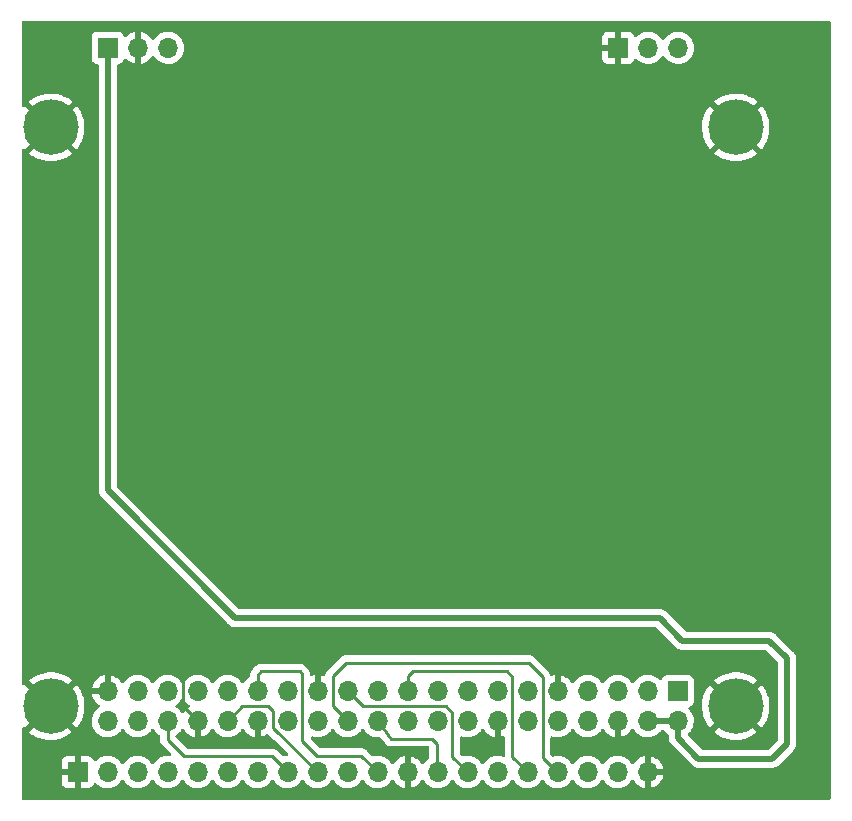
<source format=gbl>
G04 #@! TF.GenerationSoftware,KiCad,Pcbnew,(6.0.10)*
G04 #@! TF.CreationDate,2023-02-13T10:30:41+01:00*
G04 #@! TF.ProjectId,iC880A_Adapter_V1.1,69433838-3041-45f4-9164-61707465725f,rev?*
G04 #@! TF.SameCoordinates,Original*
G04 #@! TF.FileFunction,Copper,L2,Bot*
G04 #@! TF.FilePolarity,Positive*
%FSLAX46Y46*%
G04 Gerber Fmt 4.6, Leading zero omitted, Abs format (unit mm)*
G04 Created by KiCad (PCBNEW (6.0.10)) date 2023-02-13 10:30:41*
%MOMM*%
%LPD*%
G01*
G04 APERTURE LIST*
G04 #@! TA.AperFunction,ComponentPad*
%ADD10R,1.700000X1.700000*%
G04 #@! TD*
G04 #@! TA.AperFunction,ComponentPad*
%ADD11O,1.700000X1.700000*%
G04 #@! TD*
G04 #@! TA.AperFunction,ComponentPad*
%ADD12C,4.700000*%
G04 #@! TD*
G04 #@! TA.AperFunction,Conductor*
%ADD13C,0.500000*%
G04 #@! TD*
G04 #@! TA.AperFunction,Conductor*
%ADD14C,0.250000*%
G04 #@! TD*
G04 APERTURE END LIST*
D10*
X84320400Y-130463600D03*
D11*
X86860400Y-130463600D03*
X89400400Y-130463600D03*
D10*
X127534000Y-130461000D03*
D11*
X130074000Y-130461000D03*
X132614000Y-130461000D03*
D10*
X81767920Y-191786680D03*
D11*
X84307920Y-191786680D03*
X86847920Y-191786680D03*
X89387920Y-191786680D03*
X91927920Y-191786680D03*
X94467920Y-191786680D03*
X97007920Y-191786680D03*
X99547920Y-191786680D03*
X102087920Y-191786680D03*
X104627920Y-191786680D03*
X107167920Y-191786680D03*
X109707920Y-191786680D03*
X112247920Y-191786680D03*
X114787920Y-191786680D03*
X117327920Y-191786680D03*
X119867920Y-191786680D03*
X122407920Y-191786680D03*
X124947920Y-191786680D03*
X127487920Y-191786680D03*
X130027920Y-191786680D03*
D12*
X137479920Y-137206680D03*
X79479920Y-137206680D03*
X137479920Y-186206680D03*
X79479920Y-186206680D03*
D10*
X132567920Y-184928680D03*
D11*
X132567920Y-187468680D03*
X130027920Y-184928680D03*
X130027920Y-187468680D03*
X127487920Y-184928680D03*
X127487920Y-187468680D03*
X124947920Y-184928680D03*
X124947920Y-187468680D03*
X122407920Y-184928680D03*
X122407920Y-187468680D03*
X119867920Y-184928680D03*
X119867920Y-187468680D03*
X117327920Y-184928680D03*
X117327920Y-187468680D03*
X114787920Y-184928680D03*
X114787920Y-187468680D03*
X112247920Y-184928680D03*
X112247920Y-187468680D03*
X109707920Y-184928680D03*
X109707920Y-187468680D03*
X107167920Y-184928680D03*
X107167920Y-187468680D03*
X104627920Y-184928680D03*
X104627920Y-187468680D03*
X102087920Y-184928680D03*
X102087920Y-187468680D03*
X99547920Y-184928680D03*
X99547920Y-187468680D03*
X97007920Y-184928680D03*
X97007920Y-187468680D03*
X94467920Y-184928680D03*
X94467920Y-187468680D03*
X91927920Y-184928680D03*
X91927920Y-187468680D03*
X89387920Y-184928680D03*
X89387920Y-187468680D03*
X86847920Y-184928680D03*
X86847920Y-187468680D03*
X84307920Y-184928680D03*
X84307920Y-187468680D03*
D13*
X132949680Y-180656680D02*
X140329920Y-180656680D01*
X84320400Y-167947160D02*
X95122240Y-178749000D01*
X130027920Y-187468680D02*
X132567920Y-187468680D01*
X141829920Y-182156680D02*
X141829920Y-189406680D01*
X84320400Y-130463600D02*
X84320400Y-167947160D01*
X95122240Y-178749000D02*
X131042000Y-178749000D01*
X134329920Y-190656680D02*
X132567920Y-188894680D01*
X131042000Y-178749000D02*
X132949680Y-180656680D01*
X140579920Y-190656680D02*
X134329920Y-190656680D01*
X141829920Y-189406680D02*
X140579920Y-190656680D01*
X140329920Y-180656680D02*
X141829920Y-182156680D01*
X132567920Y-188894680D02*
X132567920Y-187468680D01*
D14*
X101135200Y-181934160D02*
X102087920Y-182886880D01*
X91927920Y-187468680D02*
X90657700Y-186198460D01*
X91610200Y-181934160D02*
X101135200Y-181934160D01*
X90657700Y-186198460D02*
X90657700Y-182886660D01*
X90657700Y-182886660D02*
X91610200Y-181934160D01*
X102087920Y-182886880D02*
X102087920Y-184928680D01*
X107167920Y-187468680D02*
X108298000Y-188959800D01*
X108298000Y-188959800D02*
X111752400Y-188959800D01*
X111752400Y-188959800D02*
X112191680Y-189399080D01*
X112191680Y-189399080D02*
X112191680Y-191786680D01*
X102075000Y-190407600D02*
X100805000Y-189137600D01*
X97007920Y-183562080D02*
X97007920Y-184928680D01*
X105788840Y-190407600D02*
X102075000Y-190407600D01*
X100805000Y-189137600D02*
X100805000Y-183498800D01*
X100805000Y-183498800D02*
X100576400Y-183270200D01*
X97299800Y-183270200D02*
X97007920Y-183562080D01*
X100576400Y-183270200D02*
X97299800Y-183270200D01*
X107167920Y-191786680D02*
X105788840Y-190407600D01*
X98290400Y-188096200D02*
X98290400Y-186623000D01*
X95720000Y-186216600D02*
X94467920Y-187468680D01*
X98290400Y-186623000D02*
X97884000Y-186216600D01*
X97884000Y-186216600D02*
X95720000Y-186216600D01*
X102087920Y-191786680D02*
X98290400Y-188096200D01*
X89380080Y-189051240D02*
X89387920Y-187468680D01*
X98194240Y-190433000D02*
X90761840Y-190433000D01*
X99547920Y-191786680D02*
X98194240Y-190433000D01*
X90761840Y-190433000D02*
X89380080Y-189051240D01*
X118585000Y-183702000D02*
X118140500Y-183257500D01*
X118585000Y-190503760D02*
X118585000Y-183702000D01*
X118140500Y-183257500D02*
X110139500Y-183257500D01*
X109707920Y-183689080D02*
X109707920Y-184928680D01*
X119867920Y-191786680D02*
X118585000Y-190503760D01*
X110139500Y-183257500D02*
X109707920Y-183689080D01*
X105890440Y-186191200D02*
X112946200Y-186191200D01*
X113505000Y-186750000D02*
X113505000Y-190503760D01*
X104627920Y-184928680D02*
X105890440Y-186191200D01*
X113505000Y-190503760D02*
X114787920Y-191786680D01*
X112946200Y-186191200D02*
X113505000Y-186750000D01*
X103357700Y-186198460D02*
X104627920Y-187468680D01*
X121150400Y-183727400D02*
X119943900Y-182520900D01*
X104526100Y-182520900D02*
X103357700Y-183689300D01*
X122351680Y-191786680D02*
X121150400Y-190585400D01*
X121150400Y-190585400D02*
X121150400Y-183727400D01*
X119943900Y-182520900D02*
X104526100Y-182520900D01*
X103357700Y-183689300D02*
X103357700Y-186198460D01*
G04 #@! TA.AperFunction,Conductor*
G36*
X145463541Y-128185182D02*
G01*
X145510034Y-128238838D01*
X145521420Y-128291180D01*
X145521420Y-194022180D01*
X145501418Y-194090301D01*
X145447762Y-194136794D01*
X145395420Y-194148180D01*
X77164420Y-194148180D01*
X77096299Y-194128178D01*
X77049806Y-194074522D01*
X77038420Y-194022180D01*
X77038420Y-192681349D01*
X80409921Y-192681349D01*
X80410291Y-192688170D01*
X80415815Y-192739032D01*
X80419441Y-192754284D01*
X80464596Y-192874734D01*
X80473134Y-192890329D01*
X80549635Y-192992404D01*
X80562196Y-193004965D01*
X80664271Y-193081466D01*
X80679866Y-193090004D01*
X80800314Y-193135158D01*
X80815569Y-193138785D01*
X80866434Y-193144311D01*
X80873248Y-193144680D01*
X81495805Y-193144680D01*
X81511044Y-193140205D01*
X81512249Y-193138815D01*
X81513920Y-193131132D01*
X81513920Y-193126564D01*
X82021920Y-193126564D01*
X82026395Y-193141803D01*
X82027785Y-193143008D01*
X82035468Y-193144679D01*
X82662589Y-193144679D01*
X82669410Y-193144309D01*
X82720272Y-193138785D01*
X82735524Y-193135159D01*
X82855974Y-193090004D01*
X82871569Y-193081466D01*
X82973644Y-193004965D01*
X82986205Y-192992404D01*
X83062706Y-192890329D01*
X83071244Y-192874734D01*
X83112145Y-192765632D01*
X83154787Y-192708868D01*
X83221348Y-192684168D01*
X83290697Y-192699376D01*
X83325364Y-192727364D01*
X83350785Y-192756711D01*
X83350789Y-192756715D01*
X83354170Y-192760618D01*
X83526046Y-192903312D01*
X83718920Y-193016018D01*
X83927612Y-193095710D01*
X83932680Y-193096741D01*
X83932683Y-193096742D01*
X84027782Y-193116090D01*
X84146517Y-193140247D01*
X84151692Y-193140437D01*
X84151694Y-193140437D01*
X84364593Y-193148244D01*
X84364597Y-193148244D01*
X84369757Y-193148433D01*
X84374877Y-193147777D01*
X84374879Y-193147777D01*
X84586208Y-193120705D01*
X84586209Y-193120705D01*
X84591336Y-193120048D01*
X84596286Y-193118563D01*
X84800349Y-193057341D01*
X84800354Y-193057339D01*
X84805304Y-193055854D01*
X85005914Y-192957576D01*
X85187780Y-192827853D01*
X85346016Y-192670169D01*
X85476373Y-192488757D01*
X85477696Y-192489708D01*
X85524565Y-192446537D01*
X85594500Y-192434305D01*
X85659946Y-192461824D01*
X85687795Y-192493674D01*
X85747907Y-192591768D01*
X85894170Y-192760618D01*
X86066046Y-192903312D01*
X86258920Y-193016018D01*
X86467612Y-193095710D01*
X86472680Y-193096741D01*
X86472683Y-193096742D01*
X86567782Y-193116090D01*
X86686517Y-193140247D01*
X86691692Y-193140437D01*
X86691694Y-193140437D01*
X86904593Y-193148244D01*
X86904597Y-193148244D01*
X86909757Y-193148433D01*
X86914877Y-193147777D01*
X86914879Y-193147777D01*
X87126208Y-193120705D01*
X87126209Y-193120705D01*
X87131336Y-193120048D01*
X87136286Y-193118563D01*
X87340349Y-193057341D01*
X87340354Y-193057339D01*
X87345304Y-193055854D01*
X87545914Y-192957576D01*
X87727780Y-192827853D01*
X87886016Y-192670169D01*
X88016373Y-192488757D01*
X88017696Y-192489708D01*
X88064565Y-192446537D01*
X88134500Y-192434305D01*
X88199946Y-192461824D01*
X88227795Y-192493674D01*
X88287907Y-192591768D01*
X88434170Y-192760618D01*
X88606046Y-192903312D01*
X88798920Y-193016018D01*
X89007612Y-193095710D01*
X89012680Y-193096741D01*
X89012683Y-193096742D01*
X89107782Y-193116090D01*
X89226517Y-193140247D01*
X89231692Y-193140437D01*
X89231694Y-193140437D01*
X89444593Y-193148244D01*
X89444597Y-193148244D01*
X89449757Y-193148433D01*
X89454877Y-193147777D01*
X89454879Y-193147777D01*
X89666208Y-193120705D01*
X89666209Y-193120705D01*
X89671336Y-193120048D01*
X89676286Y-193118563D01*
X89880349Y-193057341D01*
X89880354Y-193057339D01*
X89885304Y-193055854D01*
X90085914Y-192957576D01*
X90267780Y-192827853D01*
X90426016Y-192670169D01*
X90556373Y-192488757D01*
X90557696Y-192489708D01*
X90604565Y-192446537D01*
X90674500Y-192434305D01*
X90739946Y-192461824D01*
X90767795Y-192493674D01*
X90827907Y-192591768D01*
X90974170Y-192760618D01*
X91146046Y-192903312D01*
X91338920Y-193016018D01*
X91547612Y-193095710D01*
X91552680Y-193096741D01*
X91552683Y-193096742D01*
X91647782Y-193116090D01*
X91766517Y-193140247D01*
X91771692Y-193140437D01*
X91771694Y-193140437D01*
X91984593Y-193148244D01*
X91984597Y-193148244D01*
X91989757Y-193148433D01*
X91994877Y-193147777D01*
X91994879Y-193147777D01*
X92206208Y-193120705D01*
X92206209Y-193120705D01*
X92211336Y-193120048D01*
X92216286Y-193118563D01*
X92420349Y-193057341D01*
X92420354Y-193057339D01*
X92425304Y-193055854D01*
X92625914Y-192957576D01*
X92807780Y-192827853D01*
X92966016Y-192670169D01*
X93096373Y-192488757D01*
X93097696Y-192489708D01*
X93144565Y-192446537D01*
X93214500Y-192434305D01*
X93279946Y-192461824D01*
X93307795Y-192493674D01*
X93367907Y-192591768D01*
X93514170Y-192760618D01*
X93686046Y-192903312D01*
X93878920Y-193016018D01*
X94087612Y-193095710D01*
X94092680Y-193096741D01*
X94092683Y-193096742D01*
X94187782Y-193116090D01*
X94306517Y-193140247D01*
X94311692Y-193140437D01*
X94311694Y-193140437D01*
X94524593Y-193148244D01*
X94524597Y-193148244D01*
X94529757Y-193148433D01*
X94534877Y-193147777D01*
X94534879Y-193147777D01*
X94746208Y-193120705D01*
X94746209Y-193120705D01*
X94751336Y-193120048D01*
X94756286Y-193118563D01*
X94960349Y-193057341D01*
X94960354Y-193057339D01*
X94965304Y-193055854D01*
X95165914Y-192957576D01*
X95347780Y-192827853D01*
X95506016Y-192670169D01*
X95636373Y-192488757D01*
X95637696Y-192489708D01*
X95684565Y-192446537D01*
X95754500Y-192434305D01*
X95819946Y-192461824D01*
X95847795Y-192493674D01*
X95907907Y-192591768D01*
X96054170Y-192760618D01*
X96226046Y-192903312D01*
X96418920Y-193016018D01*
X96627612Y-193095710D01*
X96632680Y-193096741D01*
X96632683Y-193096742D01*
X96727782Y-193116090D01*
X96846517Y-193140247D01*
X96851692Y-193140437D01*
X96851694Y-193140437D01*
X97064593Y-193148244D01*
X97064597Y-193148244D01*
X97069757Y-193148433D01*
X97074877Y-193147777D01*
X97074879Y-193147777D01*
X97286208Y-193120705D01*
X97286209Y-193120705D01*
X97291336Y-193120048D01*
X97296286Y-193118563D01*
X97500349Y-193057341D01*
X97500354Y-193057339D01*
X97505304Y-193055854D01*
X97705914Y-192957576D01*
X97887780Y-192827853D01*
X98046016Y-192670169D01*
X98176373Y-192488757D01*
X98177696Y-192489708D01*
X98224565Y-192446537D01*
X98294500Y-192434305D01*
X98359946Y-192461824D01*
X98387795Y-192493674D01*
X98447907Y-192591768D01*
X98594170Y-192760618D01*
X98766046Y-192903312D01*
X98958920Y-193016018D01*
X99167612Y-193095710D01*
X99172680Y-193096741D01*
X99172683Y-193096742D01*
X99267782Y-193116090D01*
X99386517Y-193140247D01*
X99391692Y-193140437D01*
X99391694Y-193140437D01*
X99604593Y-193148244D01*
X99604597Y-193148244D01*
X99609757Y-193148433D01*
X99614877Y-193147777D01*
X99614879Y-193147777D01*
X99826208Y-193120705D01*
X99826209Y-193120705D01*
X99831336Y-193120048D01*
X99836286Y-193118563D01*
X100040349Y-193057341D01*
X100040354Y-193057339D01*
X100045304Y-193055854D01*
X100245914Y-192957576D01*
X100427780Y-192827853D01*
X100586016Y-192670169D01*
X100716373Y-192488757D01*
X100717696Y-192489708D01*
X100764565Y-192446537D01*
X100834500Y-192434305D01*
X100899946Y-192461824D01*
X100927795Y-192493674D01*
X100987907Y-192591768D01*
X101134170Y-192760618D01*
X101306046Y-192903312D01*
X101498920Y-193016018D01*
X101707612Y-193095710D01*
X101712680Y-193096741D01*
X101712683Y-193096742D01*
X101807782Y-193116090D01*
X101926517Y-193140247D01*
X101931692Y-193140437D01*
X101931694Y-193140437D01*
X102144593Y-193148244D01*
X102144597Y-193148244D01*
X102149757Y-193148433D01*
X102154877Y-193147777D01*
X102154879Y-193147777D01*
X102366208Y-193120705D01*
X102366209Y-193120705D01*
X102371336Y-193120048D01*
X102376286Y-193118563D01*
X102580349Y-193057341D01*
X102580354Y-193057339D01*
X102585304Y-193055854D01*
X102785914Y-192957576D01*
X102967780Y-192827853D01*
X103126016Y-192670169D01*
X103256373Y-192488757D01*
X103257696Y-192489708D01*
X103304565Y-192446537D01*
X103374500Y-192434305D01*
X103439946Y-192461824D01*
X103467795Y-192493674D01*
X103527907Y-192591768D01*
X103674170Y-192760618D01*
X103846046Y-192903312D01*
X104038920Y-193016018D01*
X104247612Y-193095710D01*
X104252680Y-193096741D01*
X104252683Y-193096742D01*
X104347782Y-193116090D01*
X104466517Y-193140247D01*
X104471692Y-193140437D01*
X104471694Y-193140437D01*
X104684593Y-193148244D01*
X104684597Y-193148244D01*
X104689757Y-193148433D01*
X104694877Y-193147777D01*
X104694879Y-193147777D01*
X104906208Y-193120705D01*
X104906209Y-193120705D01*
X104911336Y-193120048D01*
X104916286Y-193118563D01*
X105120349Y-193057341D01*
X105120354Y-193057339D01*
X105125304Y-193055854D01*
X105325914Y-192957576D01*
X105507780Y-192827853D01*
X105666016Y-192670169D01*
X105796373Y-192488757D01*
X105797696Y-192489708D01*
X105844565Y-192446537D01*
X105914500Y-192434305D01*
X105979946Y-192461824D01*
X106007795Y-192493674D01*
X106067907Y-192591768D01*
X106214170Y-192760618D01*
X106386046Y-192903312D01*
X106578920Y-193016018D01*
X106787612Y-193095710D01*
X106792680Y-193096741D01*
X106792683Y-193096742D01*
X106887782Y-193116090D01*
X107006517Y-193140247D01*
X107011692Y-193140437D01*
X107011694Y-193140437D01*
X107224593Y-193148244D01*
X107224597Y-193148244D01*
X107229757Y-193148433D01*
X107234877Y-193147777D01*
X107234879Y-193147777D01*
X107446208Y-193120705D01*
X107446209Y-193120705D01*
X107451336Y-193120048D01*
X107456286Y-193118563D01*
X107660349Y-193057341D01*
X107660354Y-193057339D01*
X107665304Y-193055854D01*
X107865914Y-192957576D01*
X108047780Y-192827853D01*
X108206016Y-192670169D01*
X108336373Y-192488757D01*
X108337560Y-192489610D01*
X108384880Y-192446042D01*
X108454817Y-192433825D01*
X108520258Y-192461358D01*
X108548086Y-192493191D01*
X108605614Y-192587068D01*
X108611697Y-192595379D01*
X108751133Y-192756347D01*
X108758500Y-192763563D01*
X108922354Y-192899596D01*
X108930801Y-192905511D01*
X109114676Y-193012959D01*
X109123962Y-193017409D01*
X109322921Y-193093383D01*
X109332819Y-193096259D01*
X109436170Y-193117286D01*
X109450219Y-193116090D01*
X109453920Y-193105745D01*
X109453920Y-190469782D01*
X109450002Y-190456438D01*
X109435726Y-190454451D01*
X109397244Y-190460340D01*
X109387208Y-190462731D01*
X109184788Y-190528892D01*
X109175279Y-190532889D01*
X108986383Y-190631222D01*
X108977658Y-190636716D01*
X108807353Y-190764585D01*
X108799646Y-190771428D01*
X108652510Y-190925397D01*
X108646029Y-190933402D01*
X108541418Y-191086754D01*
X108486507Y-191131756D01*
X108415982Y-191139927D01*
X108352235Y-191108673D01*
X108331538Y-191084189D01*
X108250742Y-190959297D01*
X108250740Y-190959294D01*
X108247934Y-190954957D01*
X108097590Y-190789731D01*
X108093539Y-190786532D01*
X108093535Y-190786528D01*
X107926334Y-190654480D01*
X107926330Y-190654478D01*
X107922279Y-190651278D01*
X107885948Y-190631222D01*
X107870055Y-190622449D01*
X107726709Y-190543318D01*
X107721840Y-190541594D01*
X107721836Y-190541592D01*
X107521007Y-190470475D01*
X107521003Y-190470474D01*
X107516132Y-190468749D01*
X107511039Y-190467842D01*
X107511036Y-190467841D01*
X107301293Y-190430480D01*
X107301287Y-190430479D01*
X107296204Y-190429574D01*
X107222372Y-190428672D01*
X107078001Y-190426908D01*
X107077999Y-190426908D01*
X107072831Y-190426845D01*
X106852011Y-190460635D01*
X106839452Y-190464740D01*
X106768488Y-190466890D01*
X106711214Y-190434069D01*
X106292492Y-190015347D01*
X106284952Y-190007061D01*
X106280840Y-190000582D01*
X106270051Y-189990450D01*
X106231189Y-189953957D01*
X106228347Y-189951202D01*
X106208610Y-189931465D01*
X106205413Y-189928985D01*
X106196391Y-189921280D01*
X106187140Y-189912593D01*
X106164161Y-189891014D01*
X106157215Y-189887195D01*
X106157212Y-189887193D01*
X106146406Y-189881252D01*
X106129887Y-189870401D01*
X106129423Y-189870041D01*
X106113881Y-189857986D01*
X106106612Y-189854841D01*
X106106608Y-189854838D01*
X106073303Y-189840426D01*
X106062653Y-189835209D01*
X106023900Y-189813905D01*
X106004277Y-189808867D01*
X105985574Y-189802463D01*
X105974260Y-189797567D01*
X105974259Y-189797567D01*
X105966985Y-189794419D01*
X105959162Y-189793180D01*
X105959152Y-189793177D01*
X105923316Y-189787501D01*
X105911696Y-189785095D01*
X105876551Y-189776072D01*
X105876550Y-189776072D01*
X105868870Y-189774100D01*
X105848616Y-189774100D01*
X105828905Y-189772549D01*
X105816726Y-189770620D01*
X105808897Y-189769380D01*
X105801005Y-189770126D01*
X105764879Y-189773541D01*
X105753021Y-189774100D01*
X102389595Y-189774100D01*
X102321474Y-189754098D01*
X102300500Y-189737195D01*
X101531914Y-188968609D01*
X101497888Y-188906297D01*
X101502953Y-188835482D01*
X101545500Y-188778646D01*
X101612020Y-188753835D01*
X101665959Y-188761804D01*
X101707612Y-188777710D01*
X101712680Y-188778741D01*
X101712683Y-188778742D01*
X101817524Y-188800072D01*
X101926517Y-188822247D01*
X101931692Y-188822437D01*
X101931694Y-188822437D01*
X102144593Y-188830244D01*
X102144597Y-188830244D01*
X102149757Y-188830433D01*
X102154877Y-188829777D01*
X102154879Y-188829777D01*
X102366208Y-188802705D01*
X102366209Y-188802705D01*
X102371336Y-188802048D01*
X102376286Y-188800563D01*
X102580349Y-188739341D01*
X102580354Y-188739339D01*
X102585304Y-188737854D01*
X102785914Y-188639576D01*
X102967780Y-188509853D01*
X103126016Y-188352169D01*
X103185514Y-188269369D01*
X103256373Y-188170757D01*
X103257696Y-188171708D01*
X103304565Y-188128537D01*
X103374500Y-188116305D01*
X103439946Y-188143824D01*
X103467795Y-188175674D01*
X103527907Y-188273768D01*
X103674170Y-188442618D01*
X103846046Y-188585312D01*
X104038920Y-188698018D01*
X104247612Y-188777710D01*
X104252680Y-188778741D01*
X104252683Y-188778742D01*
X104357524Y-188800072D01*
X104466517Y-188822247D01*
X104471692Y-188822437D01*
X104471694Y-188822437D01*
X104684593Y-188830244D01*
X104684597Y-188830244D01*
X104689757Y-188830433D01*
X104694877Y-188829777D01*
X104694879Y-188829777D01*
X104906208Y-188802705D01*
X104906209Y-188802705D01*
X104911336Y-188802048D01*
X104916286Y-188800563D01*
X105120349Y-188739341D01*
X105120354Y-188739339D01*
X105125304Y-188737854D01*
X105325914Y-188639576D01*
X105507780Y-188509853D01*
X105666016Y-188352169D01*
X105725514Y-188269369D01*
X105796373Y-188170757D01*
X105797696Y-188171708D01*
X105844565Y-188128537D01*
X105914500Y-188116305D01*
X105979946Y-188143824D01*
X106007795Y-188175674D01*
X106067907Y-188273768D01*
X106214170Y-188442618D01*
X106386046Y-188585312D01*
X106578920Y-188698018D01*
X106787612Y-188777710D01*
X106792680Y-188778741D01*
X106792683Y-188778742D01*
X106897524Y-188800072D01*
X107006517Y-188822247D01*
X107011692Y-188822437D01*
X107011694Y-188822437D01*
X107224593Y-188830244D01*
X107224597Y-188830244D01*
X107229757Y-188830433D01*
X107234877Y-188829777D01*
X107234879Y-188829777D01*
X107317201Y-188819231D01*
X107387311Y-188830415D01*
X107433629Y-188868104D01*
X107487339Y-188938973D01*
X107774056Y-189317293D01*
X107780022Y-189325883D01*
X107806000Y-189366818D01*
X107852551Y-189410532D01*
X107856362Y-189414267D01*
X107901005Y-189459922D01*
X107907778Y-189464031D01*
X107912264Y-189467592D01*
X107916903Y-189470962D01*
X107922679Y-189476386D01*
X107947290Y-189489916D01*
X107978626Y-189507143D01*
X107983277Y-189509830D01*
X108037853Y-189542938D01*
X108045439Y-189545234D01*
X108050659Y-189547563D01*
X108055990Y-189549674D01*
X108062940Y-189553495D01*
X108070618Y-189555466D01*
X108070617Y-189555466D01*
X108124789Y-189569375D01*
X108129952Y-189570819D01*
X108191046Y-189589314D01*
X108198967Y-189589652D01*
X108204617Y-189590612D01*
X108210295Y-189591329D01*
X108217970Y-189593300D01*
X108281798Y-189593300D01*
X108287167Y-189593414D01*
X108350960Y-189596135D01*
X108358716Y-189594492D01*
X108366614Y-189593835D01*
X108366664Y-189594439D01*
X108377543Y-189593300D01*
X111432180Y-189593300D01*
X111500301Y-189613302D01*
X111546794Y-189666958D01*
X111558180Y-189719300D01*
X111558180Y-190542709D01*
X111538178Y-190610830D01*
X111507834Y-190643468D01*
X111342885Y-190767315D01*
X111188549Y-190928818D01*
X111081124Y-191086298D01*
X111080818Y-191086746D01*
X111025907Y-191131749D01*
X110955382Y-191139920D01*
X110891635Y-191108666D01*
X110870938Y-191084182D01*
X110790346Y-190959606D01*
X110784056Y-190951437D01*
X110640726Y-190793920D01*
X110633193Y-190786895D01*
X110466059Y-190654902D01*
X110457472Y-190649197D01*
X110271037Y-190546279D01*
X110261625Y-190542049D01*
X110060879Y-190470960D01*
X110050908Y-190468326D01*
X109979757Y-190455652D01*
X109966460Y-190457112D01*
X109961920Y-190471669D01*
X109961920Y-193105197D01*
X109965984Y-193119039D01*
X109979398Y-193121073D01*
X109986104Y-193120214D01*
X109996182Y-193118072D01*
X110200175Y-193056871D01*
X110209762Y-193053113D01*
X110401015Y-192959419D01*
X110409865Y-192954144D01*
X110583248Y-192830472D01*
X110591120Y-192823819D01*
X110741972Y-192673492D01*
X110748650Y-192665645D01*
X110875942Y-192488499D01*
X110877199Y-192489402D01*
X110924293Y-192446042D01*
X110994231Y-192433825D01*
X111059671Y-192461358D01*
X111087499Y-192493191D01*
X111147907Y-192591768D01*
X111294170Y-192760618D01*
X111466046Y-192903312D01*
X111658920Y-193016018D01*
X111867612Y-193095710D01*
X111872680Y-193096741D01*
X111872683Y-193096742D01*
X111967782Y-193116090D01*
X112086517Y-193140247D01*
X112091692Y-193140437D01*
X112091694Y-193140437D01*
X112304593Y-193148244D01*
X112304597Y-193148244D01*
X112309757Y-193148433D01*
X112314877Y-193147777D01*
X112314879Y-193147777D01*
X112526208Y-193120705D01*
X112526209Y-193120705D01*
X112531336Y-193120048D01*
X112536286Y-193118563D01*
X112740349Y-193057341D01*
X112740354Y-193057339D01*
X112745304Y-193055854D01*
X112945914Y-192957576D01*
X113127780Y-192827853D01*
X113286016Y-192670169D01*
X113416373Y-192488757D01*
X113417696Y-192489708D01*
X113464565Y-192446537D01*
X113534500Y-192434305D01*
X113599946Y-192461824D01*
X113627795Y-192493674D01*
X113687907Y-192591768D01*
X113834170Y-192760618D01*
X114006046Y-192903312D01*
X114198920Y-193016018D01*
X114407612Y-193095710D01*
X114412680Y-193096741D01*
X114412683Y-193096742D01*
X114507782Y-193116090D01*
X114626517Y-193140247D01*
X114631692Y-193140437D01*
X114631694Y-193140437D01*
X114844593Y-193148244D01*
X114844597Y-193148244D01*
X114849757Y-193148433D01*
X114854877Y-193147777D01*
X114854879Y-193147777D01*
X115066208Y-193120705D01*
X115066209Y-193120705D01*
X115071336Y-193120048D01*
X115076286Y-193118563D01*
X115280349Y-193057341D01*
X115280354Y-193057339D01*
X115285304Y-193055854D01*
X115485914Y-192957576D01*
X115667780Y-192827853D01*
X115826016Y-192670169D01*
X115956373Y-192488757D01*
X115957696Y-192489708D01*
X116004565Y-192446537D01*
X116074500Y-192434305D01*
X116139946Y-192461824D01*
X116167795Y-192493674D01*
X116227907Y-192591768D01*
X116374170Y-192760618D01*
X116546046Y-192903312D01*
X116738920Y-193016018D01*
X116947612Y-193095710D01*
X116952680Y-193096741D01*
X116952683Y-193096742D01*
X117047782Y-193116090D01*
X117166517Y-193140247D01*
X117171692Y-193140437D01*
X117171694Y-193140437D01*
X117384593Y-193148244D01*
X117384597Y-193148244D01*
X117389757Y-193148433D01*
X117394877Y-193147777D01*
X117394879Y-193147777D01*
X117606208Y-193120705D01*
X117606209Y-193120705D01*
X117611336Y-193120048D01*
X117616286Y-193118563D01*
X117820349Y-193057341D01*
X117820354Y-193057339D01*
X117825304Y-193055854D01*
X118025914Y-192957576D01*
X118207780Y-192827853D01*
X118366016Y-192670169D01*
X118496373Y-192488757D01*
X118497696Y-192489708D01*
X118544565Y-192446537D01*
X118614500Y-192434305D01*
X118679946Y-192461824D01*
X118707795Y-192493674D01*
X118767907Y-192591768D01*
X118914170Y-192760618D01*
X119086046Y-192903312D01*
X119278920Y-193016018D01*
X119487612Y-193095710D01*
X119492680Y-193096741D01*
X119492683Y-193096742D01*
X119587782Y-193116090D01*
X119706517Y-193140247D01*
X119711692Y-193140437D01*
X119711694Y-193140437D01*
X119924593Y-193148244D01*
X119924597Y-193148244D01*
X119929757Y-193148433D01*
X119934877Y-193147777D01*
X119934879Y-193147777D01*
X120146208Y-193120705D01*
X120146209Y-193120705D01*
X120151336Y-193120048D01*
X120156286Y-193118563D01*
X120360349Y-193057341D01*
X120360354Y-193057339D01*
X120365304Y-193055854D01*
X120565914Y-192957576D01*
X120747780Y-192827853D01*
X120906016Y-192670169D01*
X121036373Y-192488757D01*
X121037696Y-192489708D01*
X121084565Y-192446537D01*
X121154500Y-192434305D01*
X121219946Y-192461824D01*
X121247795Y-192493674D01*
X121307907Y-192591768D01*
X121454170Y-192760618D01*
X121626046Y-192903312D01*
X121818920Y-193016018D01*
X122027612Y-193095710D01*
X122032680Y-193096741D01*
X122032683Y-193096742D01*
X122127782Y-193116090D01*
X122246517Y-193140247D01*
X122251692Y-193140437D01*
X122251694Y-193140437D01*
X122464593Y-193148244D01*
X122464597Y-193148244D01*
X122469757Y-193148433D01*
X122474877Y-193147777D01*
X122474879Y-193147777D01*
X122686208Y-193120705D01*
X122686209Y-193120705D01*
X122691336Y-193120048D01*
X122696286Y-193118563D01*
X122900349Y-193057341D01*
X122900354Y-193057339D01*
X122905304Y-193055854D01*
X123105914Y-192957576D01*
X123287780Y-192827853D01*
X123446016Y-192670169D01*
X123576373Y-192488757D01*
X123577696Y-192489708D01*
X123624565Y-192446537D01*
X123694500Y-192434305D01*
X123759946Y-192461824D01*
X123787795Y-192493674D01*
X123847907Y-192591768D01*
X123994170Y-192760618D01*
X124166046Y-192903312D01*
X124358920Y-193016018D01*
X124567612Y-193095710D01*
X124572680Y-193096741D01*
X124572683Y-193096742D01*
X124667782Y-193116090D01*
X124786517Y-193140247D01*
X124791692Y-193140437D01*
X124791694Y-193140437D01*
X125004593Y-193148244D01*
X125004597Y-193148244D01*
X125009757Y-193148433D01*
X125014877Y-193147777D01*
X125014879Y-193147777D01*
X125226208Y-193120705D01*
X125226209Y-193120705D01*
X125231336Y-193120048D01*
X125236286Y-193118563D01*
X125440349Y-193057341D01*
X125440354Y-193057339D01*
X125445304Y-193055854D01*
X125645914Y-192957576D01*
X125827780Y-192827853D01*
X125986016Y-192670169D01*
X126116373Y-192488757D01*
X126117696Y-192489708D01*
X126164565Y-192446537D01*
X126234500Y-192434305D01*
X126299946Y-192461824D01*
X126327795Y-192493674D01*
X126387907Y-192591768D01*
X126534170Y-192760618D01*
X126706046Y-192903312D01*
X126898920Y-193016018D01*
X127107612Y-193095710D01*
X127112680Y-193096741D01*
X127112683Y-193096742D01*
X127207782Y-193116090D01*
X127326517Y-193140247D01*
X127331692Y-193140437D01*
X127331694Y-193140437D01*
X127544593Y-193148244D01*
X127544597Y-193148244D01*
X127549757Y-193148433D01*
X127554877Y-193147777D01*
X127554879Y-193147777D01*
X127766208Y-193120705D01*
X127766209Y-193120705D01*
X127771336Y-193120048D01*
X127776286Y-193118563D01*
X127980349Y-193057341D01*
X127980354Y-193057339D01*
X127985304Y-193055854D01*
X128185914Y-192957576D01*
X128367780Y-192827853D01*
X128526016Y-192670169D01*
X128656373Y-192488757D01*
X128657560Y-192489610D01*
X128704880Y-192446042D01*
X128774817Y-192433825D01*
X128840258Y-192461358D01*
X128868086Y-192493191D01*
X128925614Y-192587068D01*
X128931697Y-192595379D01*
X129071133Y-192756347D01*
X129078500Y-192763563D01*
X129242354Y-192899596D01*
X129250801Y-192905511D01*
X129434676Y-193012959D01*
X129443962Y-193017409D01*
X129642921Y-193093383D01*
X129652819Y-193096259D01*
X129756170Y-193117286D01*
X129770219Y-193116090D01*
X129773920Y-193105745D01*
X129773920Y-193105197D01*
X130281920Y-193105197D01*
X130285984Y-193119039D01*
X130299398Y-193121073D01*
X130306104Y-193120214D01*
X130316182Y-193118072D01*
X130520175Y-193056871D01*
X130529762Y-193053113D01*
X130721015Y-192959419D01*
X130729865Y-192954144D01*
X130903248Y-192830472D01*
X130911120Y-192823819D01*
X131061972Y-192673492D01*
X131068650Y-192665645D01*
X131192923Y-192492700D01*
X131198233Y-192483863D01*
X131292590Y-192292947D01*
X131296389Y-192283352D01*
X131358297Y-192079590D01*
X131360475Y-192069517D01*
X131361906Y-192058642D01*
X131359695Y-192044458D01*
X131346537Y-192040680D01*
X130300035Y-192040680D01*
X130284796Y-192045155D01*
X130283591Y-192046545D01*
X130281920Y-192054228D01*
X130281920Y-193105197D01*
X129773920Y-193105197D01*
X129773920Y-191514565D01*
X130281920Y-191514565D01*
X130286395Y-191529804D01*
X130287785Y-191531009D01*
X130295468Y-191532680D01*
X131346264Y-191532680D01*
X131359795Y-191528707D01*
X131361100Y-191519627D01*
X131319134Y-191352555D01*
X131315814Y-191342804D01*
X131230892Y-191147494D01*
X131226025Y-191138419D01*
X131110346Y-190959606D01*
X131104056Y-190951437D01*
X130960726Y-190793920D01*
X130953193Y-190786895D01*
X130786059Y-190654902D01*
X130777472Y-190649197D01*
X130591037Y-190546279D01*
X130581625Y-190542049D01*
X130380879Y-190470960D01*
X130370908Y-190468326D01*
X130299757Y-190455652D01*
X130286460Y-190457112D01*
X130281920Y-190471669D01*
X130281920Y-191514565D01*
X129773920Y-191514565D01*
X129773920Y-190469782D01*
X129770002Y-190456438D01*
X129755726Y-190454451D01*
X129717244Y-190460340D01*
X129707208Y-190462731D01*
X129504788Y-190528892D01*
X129495279Y-190532889D01*
X129306383Y-190631222D01*
X129297658Y-190636716D01*
X129127353Y-190764585D01*
X129119646Y-190771428D01*
X128972510Y-190925397D01*
X128966029Y-190933402D01*
X128861418Y-191086754D01*
X128806507Y-191131756D01*
X128735982Y-191139927D01*
X128672235Y-191108673D01*
X128651538Y-191084189D01*
X128570742Y-190959297D01*
X128570740Y-190959294D01*
X128567934Y-190954957D01*
X128417590Y-190789731D01*
X128413539Y-190786532D01*
X128413535Y-190786528D01*
X128246334Y-190654480D01*
X128246330Y-190654478D01*
X128242279Y-190651278D01*
X128205948Y-190631222D01*
X128190055Y-190622449D01*
X128046709Y-190543318D01*
X128041840Y-190541594D01*
X128041836Y-190541592D01*
X127841007Y-190470475D01*
X127841003Y-190470474D01*
X127836132Y-190468749D01*
X127831039Y-190467842D01*
X127831036Y-190467841D01*
X127621293Y-190430480D01*
X127621287Y-190430479D01*
X127616204Y-190429574D01*
X127542372Y-190428672D01*
X127398001Y-190426908D01*
X127397999Y-190426908D01*
X127392831Y-190426845D01*
X127172011Y-190460635D01*
X126959676Y-190530037D01*
X126761527Y-190633187D01*
X126757394Y-190636290D01*
X126757391Y-190636292D01*
X126674370Y-190698626D01*
X126582885Y-190767315D01*
X126428549Y-190928818D01*
X126321121Y-191086301D01*
X126266213Y-191131301D01*
X126195688Y-191139472D01*
X126131941Y-191108218D01*
X126111244Y-191083734D01*
X126030742Y-190959297D01*
X126030740Y-190959294D01*
X126027934Y-190954957D01*
X125877590Y-190789731D01*
X125873539Y-190786532D01*
X125873535Y-190786528D01*
X125706334Y-190654480D01*
X125706330Y-190654478D01*
X125702279Y-190651278D01*
X125665948Y-190631222D01*
X125650055Y-190622449D01*
X125506709Y-190543318D01*
X125501840Y-190541594D01*
X125501836Y-190541592D01*
X125301007Y-190470475D01*
X125301003Y-190470474D01*
X125296132Y-190468749D01*
X125291039Y-190467842D01*
X125291036Y-190467841D01*
X125081293Y-190430480D01*
X125081287Y-190430479D01*
X125076204Y-190429574D01*
X125002372Y-190428672D01*
X124858001Y-190426908D01*
X124857999Y-190426908D01*
X124852831Y-190426845D01*
X124632011Y-190460635D01*
X124419676Y-190530037D01*
X124221527Y-190633187D01*
X124217394Y-190636290D01*
X124217391Y-190636292D01*
X124134370Y-190698626D01*
X124042885Y-190767315D01*
X123888549Y-190928818D01*
X123781121Y-191086301D01*
X123726213Y-191131301D01*
X123655688Y-191139472D01*
X123591941Y-191108218D01*
X123571244Y-191083734D01*
X123490742Y-190959297D01*
X123490740Y-190959294D01*
X123487934Y-190954957D01*
X123337590Y-190789731D01*
X123333539Y-190786532D01*
X123333535Y-190786528D01*
X123166334Y-190654480D01*
X123166330Y-190654478D01*
X123162279Y-190651278D01*
X123125948Y-190631222D01*
X123110055Y-190622449D01*
X122966709Y-190543318D01*
X122961840Y-190541594D01*
X122961836Y-190541592D01*
X122761007Y-190470475D01*
X122761003Y-190470474D01*
X122756132Y-190468749D01*
X122751039Y-190467842D01*
X122751036Y-190467841D01*
X122541293Y-190430480D01*
X122541287Y-190430479D01*
X122536204Y-190429574D01*
X122462372Y-190428672D01*
X122318001Y-190426908D01*
X122317999Y-190426908D01*
X122312831Y-190426845D01*
X122092011Y-190460635D01*
X122045286Y-190475907D01*
X122037068Y-190478593D01*
X121966104Y-190480744D01*
X121908828Y-190447923D01*
X121820805Y-190359900D01*
X121786779Y-190297588D01*
X121783900Y-190270805D01*
X121783900Y-188867634D01*
X121803902Y-188799513D01*
X121857558Y-188753020D01*
X121927832Y-188742916D01*
X121954850Y-188749925D01*
X122022774Y-188775863D01*
X122022779Y-188775864D01*
X122027612Y-188777710D01*
X122032680Y-188778741D01*
X122032683Y-188778742D01*
X122137524Y-188800072D01*
X122246517Y-188822247D01*
X122251692Y-188822437D01*
X122251694Y-188822437D01*
X122464593Y-188830244D01*
X122464597Y-188830244D01*
X122469757Y-188830433D01*
X122474877Y-188829777D01*
X122474879Y-188829777D01*
X122686208Y-188802705D01*
X122686209Y-188802705D01*
X122691336Y-188802048D01*
X122696286Y-188800563D01*
X122900349Y-188739341D01*
X122900354Y-188739339D01*
X122905304Y-188737854D01*
X123105914Y-188639576D01*
X123287780Y-188509853D01*
X123446016Y-188352169D01*
X123505514Y-188269369D01*
X123576373Y-188170757D01*
X123577696Y-188171708D01*
X123624565Y-188128537D01*
X123694500Y-188116305D01*
X123759946Y-188143824D01*
X123787795Y-188175674D01*
X123847907Y-188273768D01*
X123994170Y-188442618D01*
X124166046Y-188585312D01*
X124358920Y-188698018D01*
X124567612Y-188777710D01*
X124572680Y-188778741D01*
X124572683Y-188778742D01*
X124677524Y-188800072D01*
X124786517Y-188822247D01*
X124791692Y-188822437D01*
X124791694Y-188822437D01*
X125004593Y-188830244D01*
X125004597Y-188830244D01*
X125009757Y-188830433D01*
X125014877Y-188829777D01*
X125014879Y-188829777D01*
X125226208Y-188802705D01*
X125226209Y-188802705D01*
X125231336Y-188802048D01*
X125236286Y-188800563D01*
X125440349Y-188739341D01*
X125440354Y-188739339D01*
X125445304Y-188737854D01*
X125645914Y-188639576D01*
X125827780Y-188509853D01*
X125986016Y-188352169D01*
X126045514Y-188269369D01*
X126116373Y-188170757D01*
X126117560Y-188171610D01*
X126164880Y-188128042D01*
X126234817Y-188115825D01*
X126300258Y-188143358D01*
X126328086Y-188175191D01*
X126385614Y-188269068D01*
X126391697Y-188277379D01*
X126531133Y-188438347D01*
X126538500Y-188445563D01*
X126702354Y-188581596D01*
X126710801Y-188587511D01*
X126894676Y-188694959D01*
X126903962Y-188699409D01*
X127102921Y-188775383D01*
X127112819Y-188778259D01*
X127216170Y-188799286D01*
X127230219Y-188798090D01*
X127233920Y-188787745D01*
X127233920Y-187340680D01*
X127253922Y-187272559D01*
X127307578Y-187226066D01*
X127359920Y-187214680D01*
X127615920Y-187214680D01*
X127684041Y-187234682D01*
X127730534Y-187288338D01*
X127741920Y-187340680D01*
X127741920Y-188787197D01*
X127745984Y-188801039D01*
X127759398Y-188803073D01*
X127766104Y-188802214D01*
X127776182Y-188800072D01*
X127980175Y-188738871D01*
X127989762Y-188735113D01*
X128181015Y-188641419D01*
X128189865Y-188636144D01*
X128363248Y-188512472D01*
X128371120Y-188505819D01*
X128521972Y-188355492D01*
X128528650Y-188347645D01*
X128655942Y-188170499D01*
X128657199Y-188171402D01*
X128704293Y-188128042D01*
X128774231Y-188115825D01*
X128839671Y-188143358D01*
X128867499Y-188175191D01*
X128927907Y-188273768D01*
X129074170Y-188442618D01*
X129246046Y-188585312D01*
X129438920Y-188698018D01*
X129647612Y-188777710D01*
X129652680Y-188778741D01*
X129652683Y-188778742D01*
X129757524Y-188800072D01*
X129866517Y-188822247D01*
X129871692Y-188822437D01*
X129871694Y-188822437D01*
X130084593Y-188830244D01*
X130084597Y-188830244D01*
X130089757Y-188830433D01*
X130094877Y-188829777D01*
X130094879Y-188829777D01*
X130306208Y-188802705D01*
X130306209Y-188802705D01*
X130311336Y-188802048D01*
X130316286Y-188800563D01*
X130520349Y-188739341D01*
X130520354Y-188739339D01*
X130525304Y-188737854D01*
X130725914Y-188639576D01*
X130907780Y-188509853D01*
X131066016Y-188352169D01*
X131118123Y-188279654D01*
X131174118Y-188236006D01*
X131220446Y-188227180D01*
X131370411Y-188227180D01*
X131438532Y-188247182D01*
X131467322Y-188274275D01*
X131467907Y-188273768D01*
X131614170Y-188442618D01*
X131723406Y-188533307D01*
X131763905Y-188566930D01*
X131803540Y-188625832D01*
X131809420Y-188663874D01*
X131809420Y-188827610D01*
X131807987Y-188846560D01*
X131806257Y-188857935D01*
X131804721Y-188868029D01*
X131805314Y-188875321D01*
X131805314Y-188875324D01*
X131809005Y-188920698D01*
X131809420Y-188930913D01*
X131809420Y-188938973D01*
X131809845Y-188942617D01*
X131812709Y-188967187D01*
X131813142Y-188971562D01*
X131814348Y-188986383D01*
X131819060Y-189044317D01*
X131821316Y-189051281D01*
X131822507Y-189057240D01*
X131823891Y-189063095D01*
X131824738Y-189070361D01*
X131849655Y-189139007D01*
X131851072Y-189143135D01*
X131873569Y-189212579D01*
X131877365Y-189218834D01*
X131879871Y-189224308D01*
X131882590Y-189229738D01*
X131885087Y-189236617D01*
X131889100Y-189242737D01*
X131889100Y-189242738D01*
X131925106Y-189297656D01*
X131927443Y-189301360D01*
X131965325Y-189363787D01*
X131969041Y-189367995D01*
X131969042Y-189367996D01*
X131972723Y-189372164D01*
X131972696Y-189372188D01*
X131975349Y-189375180D01*
X131978052Y-189378413D01*
X131982064Y-189384532D01*
X132036158Y-189435776D01*
X132038303Y-189437808D01*
X132040745Y-189440186D01*
X133746150Y-191145591D01*
X133758536Y-191160003D01*
X133767069Y-191171598D01*
X133767074Y-191171603D01*
X133771412Y-191177498D01*
X133776990Y-191182237D01*
X133776993Y-191182240D01*
X133811688Y-191211715D01*
X133819204Y-191218645D01*
X133824899Y-191224340D01*
X133827781Y-191226620D01*
X133847171Y-191241961D01*
X133850575Y-191244752D01*
X133900623Y-191287271D01*
X133906205Y-191292013D01*
X133912721Y-191295341D01*
X133917770Y-191298708D01*
X133922899Y-191301875D01*
X133928636Y-191306414D01*
X133994795Y-191337335D01*
X133998689Y-191339238D01*
X134063728Y-191372449D01*
X134070836Y-191374188D01*
X134076479Y-191376287D01*
X134082242Y-191378204D01*
X134088870Y-191381302D01*
X134096032Y-191382792D01*
X134096033Y-191382792D01*
X134160332Y-191396166D01*
X134164616Y-191397136D01*
X134235530Y-191414488D01*
X134241132Y-191414836D01*
X134241135Y-191414836D01*
X134246684Y-191415180D01*
X134246682Y-191415216D01*
X134250675Y-191415455D01*
X134254867Y-191415829D01*
X134262035Y-191417320D01*
X134339440Y-191415226D01*
X134342848Y-191415180D01*
X140512850Y-191415180D01*
X140531800Y-191416613D01*
X140546035Y-191418779D01*
X140546039Y-191418779D01*
X140553269Y-191419879D01*
X140560561Y-191419286D01*
X140560564Y-191419286D01*
X140605938Y-191415595D01*
X140616153Y-191415180D01*
X140624213Y-191415180D01*
X140641600Y-191413153D01*
X140652427Y-191411891D01*
X140656802Y-191411458D01*
X140722259Y-191406134D01*
X140722262Y-191406133D01*
X140729557Y-191405540D01*
X140736521Y-191403284D01*
X140742480Y-191402093D01*
X140748335Y-191400709D01*
X140755601Y-191399862D01*
X140824247Y-191374945D01*
X140828375Y-191373528D01*
X140890856Y-191353287D01*
X140890858Y-191353286D01*
X140897819Y-191351031D01*
X140904074Y-191347235D01*
X140909548Y-191344729D01*
X140914978Y-191342010D01*
X140921857Y-191339513D01*
X140957743Y-191315985D01*
X140982896Y-191299494D01*
X140986600Y-191297157D01*
X141049027Y-191259275D01*
X141057404Y-191251877D01*
X141057428Y-191251904D01*
X141060420Y-191249251D01*
X141063653Y-191246548D01*
X141069772Y-191242536D01*
X141123048Y-191186297D01*
X141125426Y-191183855D01*
X142318831Y-189990450D01*
X142333243Y-189978064D01*
X142344838Y-189969531D01*
X142344843Y-189969526D01*
X142350738Y-189965188D01*
X142355477Y-189959610D01*
X142355480Y-189959607D01*
X142384955Y-189924912D01*
X142391885Y-189917396D01*
X142397580Y-189911701D01*
X142409653Y-189896441D01*
X142415201Y-189889429D01*
X142417992Y-189886025D01*
X142460511Y-189835977D01*
X142460512Y-189835975D01*
X142465253Y-189830395D01*
X142468581Y-189823879D01*
X142471948Y-189818830D01*
X142475115Y-189813701D01*
X142479654Y-189807964D01*
X142510575Y-189741805D01*
X142512481Y-189737905D01*
X142521981Y-189719300D01*
X142545689Y-189672872D01*
X142547428Y-189665764D01*
X142549527Y-189660121D01*
X142551444Y-189654358D01*
X142554542Y-189647730D01*
X142569407Y-189576263D01*
X142570377Y-189571979D01*
X142570660Y-189570822D01*
X142587728Y-189501070D01*
X142588420Y-189489916D01*
X142588456Y-189489918D01*
X142588695Y-189485925D01*
X142589069Y-189481733D01*
X142590560Y-189474565D01*
X142588466Y-189397159D01*
X142588420Y-189393752D01*
X142588420Y-182223743D01*
X142589853Y-182204794D01*
X142592017Y-182190566D01*
X142593118Y-182183331D01*
X142588835Y-182130670D01*
X142588420Y-182120457D01*
X142588420Y-182112387D01*
X142587998Y-182108767D01*
X142587997Y-182108749D01*
X142585128Y-182084141D01*
X142584695Y-182079766D01*
X142579374Y-182014341D01*
X142579373Y-182014338D01*
X142578780Y-182007043D01*
X142576524Y-182000079D01*
X142575333Y-181994120D01*
X142573949Y-181988265D01*
X142573102Y-181980999D01*
X142548185Y-181912353D01*
X142546768Y-181908225D01*
X142526527Y-181845744D01*
X142526526Y-181845742D01*
X142524271Y-181838781D01*
X142520475Y-181832526D01*
X142517969Y-181827052D01*
X142515250Y-181821622D01*
X142512753Y-181814743D01*
X142472729Y-181753696D01*
X142470392Y-181749992D01*
X142435429Y-181692373D01*
X142435425Y-181692368D01*
X142432515Y-181687572D01*
X142425117Y-181679196D01*
X142425143Y-181679173D01*
X142422494Y-181676183D01*
X142419786Y-181672944D01*
X142415776Y-181666828D01*
X142410469Y-181661801D01*
X142410466Y-181661797D01*
X142359537Y-181613552D01*
X142357095Y-181611174D01*
X140913690Y-180167769D01*
X140901304Y-180153357D01*
X140892771Y-180141762D01*
X140892766Y-180141757D01*
X140888428Y-180135862D01*
X140882850Y-180131123D01*
X140882847Y-180131120D01*
X140848152Y-180101645D01*
X140840636Y-180094715D01*
X140834941Y-180089020D01*
X140828800Y-180084162D01*
X140812669Y-180071399D01*
X140809265Y-180068608D01*
X140759217Y-180026089D01*
X140759215Y-180026088D01*
X140753635Y-180021347D01*
X140747119Y-180018019D01*
X140742070Y-180014652D01*
X140736941Y-180011485D01*
X140731204Y-180006946D01*
X140665045Y-179976025D01*
X140661145Y-179974119D01*
X140596112Y-179940911D01*
X140589004Y-179939172D01*
X140583361Y-179937073D01*
X140577598Y-179935156D01*
X140570970Y-179932058D01*
X140499503Y-179917193D01*
X140495219Y-179916223D01*
X140424310Y-179898872D01*
X140418708Y-179898524D01*
X140418705Y-179898524D01*
X140413156Y-179898180D01*
X140413158Y-179898144D01*
X140409165Y-179897905D01*
X140404973Y-179897531D01*
X140397805Y-179896040D01*
X140331595Y-179897831D01*
X140320399Y-179898134D01*
X140316992Y-179898180D01*
X133316051Y-179898180D01*
X133247930Y-179878178D01*
X133226956Y-179861275D01*
X131625770Y-178260089D01*
X131613384Y-178245677D01*
X131604851Y-178234082D01*
X131604846Y-178234077D01*
X131600508Y-178228182D01*
X131594930Y-178223443D01*
X131594927Y-178223440D01*
X131560232Y-178193965D01*
X131552716Y-178187035D01*
X131547021Y-178181340D01*
X131540880Y-178176482D01*
X131524749Y-178163719D01*
X131521345Y-178160928D01*
X131471297Y-178118409D01*
X131471295Y-178118408D01*
X131465715Y-178113667D01*
X131459199Y-178110339D01*
X131454150Y-178106972D01*
X131449021Y-178103805D01*
X131443284Y-178099266D01*
X131377125Y-178068345D01*
X131373225Y-178066439D01*
X131308192Y-178033231D01*
X131301084Y-178031492D01*
X131295441Y-178029393D01*
X131289678Y-178027476D01*
X131283050Y-178024378D01*
X131211583Y-178009513D01*
X131207299Y-178008543D01*
X131136390Y-177991192D01*
X131130788Y-177990844D01*
X131130785Y-177990844D01*
X131125236Y-177990500D01*
X131125238Y-177990464D01*
X131121245Y-177990225D01*
X131117053Y-177989851D01*
X131109885Y-177988360D01*
X131043675Y-177990151D01*
X131032479Y-177990454D01*
X131029072Y-177990500D01*
X95488610Y-177990500D01*
X95420489Y-177970498D01*
X95399515Y-177953595D01*
X85115805Y-167669884D01*
X85081779Y-167607572D01*
X85078900Y-167580789D01*
X85078900Y-139402172D01*
X135649969Y-139402172D01*
X135649987Y-139402425D01*
X135655901Y-139411168D01*
X135675592Y-139429085D01*
X135681224Y-139433646D01*
X135942982Y-139621738D01*
X135949112Y-139625628D01*
X136230751Y-139782386D01*
X136237271Y-139785538D01*
X136535071Y-139908891D01*
X136541922Y-139911277D01*
X136851909Y-139999579D01*
X136858998Y-140001164D01*
X137177091Y-140053254D01*
X137184297Y-140054011D01*
X137506272Y-140069195D01*
X137513522Y-140069119D01*
X137835098Y-140047197D01*
X137842307Y-140046286D01*
X138159239Y-139987546D01*
X138166269Y-139985819D01*
X138474365Y-139891036D01*
X138481142Y-139888516D01*
X138776309Y-139758947D01*
X138782749Y-139755666D01*
X139061063Y-139593032D01*
X139067096Y-139589023D01*
X139301609Y-139412946D01*
X139310063Y-139401619D01*
X139303318Y-139389289D01*
X137492730Y-137578700D01*
X137478789Y-137571088D01*
X137476954Y-137571219D01*
X137470340Y-137575470D01*
X135657583Y-139388228D01*
X135649969Y-139402172D01*
X85078900Y-139402172D01*
X85078900Y-137120388D01*
X134618585Y-137120388D01*
X134627022Y-137442612D01*
X134627628Y-137449828D01*
X134673046Y-137768944D01*
X134674480Y-137776055D01*
X134756276Y-138087844D01*
X134758513Y-138094727D01*
X134875599Y-138395038D01*
X134878619Y-138401636D01*
X135029452Y-138686511D01*
X135033198Y-138692696D01*
X135215776Y-138958348D01*
X135220211Y-138964067D01*
X135274981Y-139026850D01*
X135288153Y-139035253D01*
X135298004Y-139029385D01*
X137107900Y-137219490D01*
X137114277Y-137207811D01*
X137844328Y-137207811D01*
X137844459Y-137209646D01*
X137848710Y-137216260D01*
X139659696Y-139027245D01*
X139673050Y-139034537D01*
X139683022Y-139027483D01*
X139775933Y-138916361D01*
X139780249Y-138910550D01*
X139957228Y-138641127D01*
X139960842Y-138634865D01*
X140105679Y-138346888D01*
X140108552Y-138340250D01*
X140219327Y-138037544D01*
X140221423Y-138030603D01*
X140296671Y-137717175D01*
X140297955Y-137710036D01*
X140336778Y-137389218D01*
X140337202Y-137383648D01*
X140342675Y-137209477D01*
X140342602Y-137203884D01*
X140323999Y-136881253D01*
X140323167Y-136874063D01*
X140267748Y-136556520D01*
X140266093Y-136549465D01*
X140174547Y-136240413D01*
X140172090Y-136233588D01*
X140045626Y-135937097D01*
X140042405Y-135930608D01*
X139882693Y-135650604D01*
X139878761Y-135644549D01*
X139687923Y-135384755D01*
X139686680Y-135383253D01*
X139673957Y-135375687D01*
X139673351Y-135375708D01*
X139664871Y-135380940D01*
X137851940Y-137193870D01*
X137844328Y-137207811D01*
X137114277Y-137207811D01*
X137115512Y-137205549D01*
X137115381Y-137203714D01*
X137111130Y-137197100D01*
X135299138Y-135385109D01*
X135286345Y-135378123D01*
X135275591Y-135385988D01*
X135131339Y-135569960D01*
X135127204Y-135575909D01*
X134958776Y-135850758D01*
X134955365Y-135857119D01*
X134819644Y-136149506D01*
X134816976Y-136156244D01*
X134715765Y-136462276D01*
X134713889Y-136469280D01*
X134648524Y-136784917D01*
X134647467Y-136792078D01*
X134618813Y-137113135D01*
X134618585Y-137120388D01*
X85078900Y-137120388D01*
X85078900Y-135014442D01*
X135651766Y-135014442D01*
X135658161Y-135025710D01*
X137467110Y-136834660D01*
X137481051Y-136842272D01*
X137482886Y-136842141D01*
X137489500Y-136837890D01*
X139300595Y-135026794D01*
X139307987Y-135013257D01*
X139301199Y-135003555D01*
X139213557Y-134928702D01*
X139207769Y-134924309D01*
X138940234Y-134744532D01*
X138934011Y-134740852D01*
X138647563Y-134593005D01*
X138640952Y-134590062D01*
X138339427Y-134476125D01*
X138332501Y-134473954D01*
X138019877Y-134395429D01*
X138012770Y-134394073D01*
X137693193Y-134351999D01*
X137685951Y-134351468D01*
X137363679Y-134346405D01*
X137356417Y-134346709D01*
X137035681Y-134378723D01*
X137028533Y-134379855D01*
X136713590Y-134448524D01*
X136706612Y-134450472D01*
X136401647Y-134554885D01*
X136394953Y-134557617D01*
X136104010Y-134696390D01*
X136097655Y-134699884D01*
X135824614Y-134871162D01*
X135818686Y-134875374D01*
X135660236Y-135002316D01*
X135651766Y-135014442D01*
X85078900Y-135014442D01*
X85078900Y-131948100D01*
X85098902Y-131879979D01*
X85152558Y-131833486D01*
X85204900Y-131822100D01*
X85218534Y-131822100D01*
X85280716Y-131815345D01*
X85417105Y-131764215D01*
X85533661Y-131676861D01*
X85621015Y-131560305D01*
X85665198Y-131442448D01*
X85707840Y-131385684D01*
X85774401Y-131360984D01*
X85843750Y-131376192D01*
X85878417Y-131404180D01*
X85903618Y-131433273D01*
X85910980Y-131440483D01*
X86074834Y-131576516D01*
X86083281Y-131582431D01*
X86267156Y-131689879D01*
X86276442Y-131694329D01*
X86475401Y-131770303D01*
X86485299Y-131773179D01*
X86588650Y-131794206D01*
X86602699Y-131793010D01*
X86606400Y-131782665D01*
X86606400Y-131782117D01*
X87114400Y-131782117D01*
X87118464Y-131795959D01*
X87131878Y-131797993D01*
X87138584Y-131797134D01*
X87148662Y-131794992D01*
X87352655Y-131733791D01*
X87362242Y-131730033D01*
X87553495Y-131636339D01*
X87562345Y-131631064D01*
X87735728Y-131507392D01*
X87743600Y-131500739D01*
X87894452Y-131350412D01*
X87901130Y-131342565D01*
X88028422Y-131165419D01*
X88029679Y-131166322D01*
X88076773Y-131122962D01*
X88146711Y-131110745D01*
X88212151Y-131138278D01*
X88239979Y-131170111D01*
X88300387Y-131268688D01*
X88446650Y-131437538D01*
X88618526Y-131580232D01*
X88811400Y-131692938D01*
X89020092Y-131772630D01*
X89025160Y-131773661D01*
X89025163Y-131773662D01*
X89119638Y-131792883D01*
X89238997Y-131817167D01*
X89244172Y-131817357D01*
X89244174Y-131817357D01*
X89457073Y-131825164D01*
X89457077Y-131825164D01*
X89462237Y-131825353D01*
X89467357Y-131824697D01*
X89467359Y-131824697D01*
X89678688Y-131797625D01*
X89678689Y-131797625D01*
X89683816Y-131796968D01*
X89688766Y-131795483D01*
X89892829Y-131734261D01*
X89892834Y-131734259D01*
X89897784Y-131732774D01*
X90098394Y-131634496D01*
X90280260Y-131504773D01*
X90350340Y-131434938D01*
X90427057Y-131358488D01*
X90429886Y-131355669D01*
X126176001Y-131355669D01*
X126176371Y-131362490D01*
X126181895Y-131413352D01*
X126185521Y-131428604D01*
X126230676Y-131549054D01*
X126239214Y-131564649D01*
X126315715Y-131666724D01*
X126328276Y-131679285D01*
X126430351Y-131755786D01*
X126445946Y-131764324D01*
X126566394Y-131809478D01*
X126581649Y-131813105D01*
X126632514Y-131818631D01*
X126639328Y-131819000D01*
X127261885Y-131819000D01*
X127277124Y-131814525D01*
X127278329Y-131813135D01*
X127280000Y-131805452D01*
X127280000Y-131800884D01*
X127788000Y-131800884D01*
X127792475Y-131816123D01*
X127793865Y-131817328D01*
X127801548Y-131818999D01*
X128428669Y-131818999D01*
X128435490Y-131818629D01*
X128486352Y-131813105D01*
X128501604Y-131809479D01*
X128622054Y-131764324D01*
X128637649Y-131755786D01*
X128739724Y-131679285D01*
X128752285Y-131666724D01*
X128828786Y-131564649D01*
X128837324Y-131549054D01*
X128878225Y-131439952D01*
X128920867Y-131383188D01*
X128987428Y-131358488D01*
X129056777Y-131373696D01*
X129091444Y-131401684D01*
X129116865Y-131431031D01*
X129116869Y-131431035D01*
X129120250Y-131434938D01*
X129292126Y-131577632D01*
X129485000Y-131690338D01*
X129489825Y-131692180D01*
X129489826Y-131692181D01*
X129495451Y-131694329D01*
X129693692Y-131770030D01*
X129698760Y-131771061D01*
X129698763Y-131771062D01*
X129806017Y-131792883D01*
X129912597Y-131814567D01*
X129917772Y-131814757D01*
X129917774Y-131814757D01*
X130130673Y-131822564D01*
X130130677Y-131822564D01*
X130135837Y-131822753D01*
X130140957Y-131822097D01*
X130140959Y-131822097D01*
X130352288Y-131795025D01*
X130352289Y-131795025D01*
X130357416Y-131794368D01*
X130396424Y-131782665D01*
X130566429Y-131731661D01*
X130566434Y-131731659D01*
X130571384Y-131730174D01*
X130771994Y-131631896D01*
X130953860Y-131502173D01*
X131112096Y-131344489D01*
X131242453Y-131163077D01*
X131243776Y-131164028D01*
X131290645Y-131120857D01*
X131360580Y-131108625D01*
X131426026Y-131136144D01*
X131453875Y-131167994D01*
X131513987Y-131266088D01*
X131660250Y-131434938D01*
X131832126Y-131577632D01*
X132025000Y-131690338D01*
X132029825Y-131692180D01*
X132029826Y-131692181D01*
X132035451Y-131694329D01*
X132233692Y-131770030D01*
X132238760Y-131771061D01*
X132238763Y-131771062D01*
X132346017Y-131792883D01*
X132452597Y-131814567D01*
X132457772Y-131814757D01*
X132457774Y-131814757D01*
X132670673Y-131822564D01*
X132670677Y-131822564D01*
X132675837Y-131822753D01*
X132680957Y-131822097D01*
X132680959Y-131822097D01*
X132892288Y-131795025D01*
X132892289Y-131795025D01*
X132897416Y-131794368D01*
X132936424Y-131782665D01*
X133106429Y-131731661D01*
X133106434Y-131731659D01*
X133111384Y-131730174D01*
X133311994Y-131631896D01*
X133493860Y-131502173D01*
X133652096Y-131344489D01*
X133782453Y-131163077D01*
X133794710Y-131138278D01*
X133879136Y-130967453D01*
X133879137Y-130967451D01*
X133881430Y-130962811D01*
X133946370Y-130749069D01*
X133975529Y-130527590D01*
X133977156Y-130461000D01*
X133958852Y-130238361D01*
X133904431Y-130021702D01*
X133815354Y-129816840D01*
X133694014Y-129629277D01*
X133543670Y-129464051D01*
X133539619Y-129460852D01*
X133539615Y-129460848D01*
X133372414Y-129328800D01*
X133372410Y-129328798D01*
X133368359Y-129325598D01*
X133336738Y-129308142D01*
X133316136Y-129296769D01*
X133172789Y-129217638D01*
X133167920Y-129215914D01*
X133167916Y-129215912D01*
X132967087Y-129144795D01*
X132967083Y-129144794D01*
X132962212Y-129143069D01*
X132957119Y-129142162D01*
X132957116Y-129142161D01*
X132747373Y-129104800D01*
X132747367Y-129104799D01*
X132742284Y-129103894D01*
X132668452Y-129102992D01*
X132524081Y-129101228D01*
X132524079Y-129101228D01*
X132518911Y-129101165D01*
X132298091Y-129134955D01*
X132085756Y-129204357D01*
X131887607Y-129307507D01*
X131883474Y-129310610D01*
X131883471Y-129310612D01*
X131818080Y-129359709D01*
X131708965Y-129441635D01*
X131554629Y-129603138D01*
X131447201Y-129760621D01*
X131392293Y-129805621D01*
X131321768Y-129813792D01*
X131258021Y-129782538D01*
X131237324Y-129758054D01*
X131156822Y-129633617D01*
X131156820Y-129633614D01*
X131154014Y-129629277D01*
X131003670Y-129464051D01*
X130999619Y-129460852D01*
X130999615Y-129460848D01*
X130832414Y-129328800D01*
X130832410Y-129328798D01*
X130828359Y-129325598D01*
X130796738Y-129308142D01*
X130776136Y-129296769D01*
X130632789Y-129217638D01*
X130627920Y-129215914D01*
X130627916Y-129215912D01*
X130427087Y-129144795D01*
X130427083Y-129144794D01*
X130422212Y-129143069D01*
X130417119Y-129142162D01*
X130417116Y-129142161D01*
X130207373Y-129104800D01*
X130207367Y-129104799D01*
X130202284Y-129103894D01*
X130128452Y-129102992D01*
X129984081Y-129101228D01*
X129984079Y-129101228D01*
X129978911Y-129101165D01*
X129758091Y-129134955D01*
X129545756Y-129204357D01*
X129347607Y-129307507D01*
X129343474Y-129310610D01*
X129343471Y-129310612D01*
X129278080Y-129359709D01*
X129168965Y-129441635D01*
X129165393Y-129445373D01*
X129087898Y-129526466D01*
X129026374Y-129561895D01*
X128955462Y-129558438D01*
X128897676Y-129517192D01*
X128878823Y-129483644D01*
X128837324Y-129372946D01*
X128828786Y-129357351D01*
X128752285Y-129255276D01*
X128739724Y-129242715D01*
X128637649Y-129166214D01*
X128622054Y-129157676D01*
X128501606Y-129112522D01*
X128486351Y-129108895D01*
X128435486Y-129103369D01*
X128428672Y-129103000D01*
X127806115Y-129103000D01*
X127790876Y-129107475D01*
X127789671Y-129108865D01*
X127788000Y-129116548D01*
X127788000Y-131800884D01*
X127280000Y-131800884D01*
X127280000Y-130733115D01*
X127275525Y-130717876D01*
X127274135Y-130716671D01*
X127266452Y-130715000D01*
X126194116Y-130715000D01*
X126178877Y-130719475D01*
X126177672Y-130720865D01*
X126176001Y-130728548D01*
X126176001Y-131355669D01*
X90429886Y-131355669D01*
X90438496Y-131347089D01*
X90499863Y-131261688D01*
X90565835Y-131169877D01*
X90568853Y-131165677D01*
X90582395Y-131138278D01*
X90665536Y-130970053D01*
X90665537Y-130970051D01*
X90667830Y-130965411D01*
X90732770Y-130751669D01*
X90761929Y-130530190D01*
X90762011Y-130526840D01*
X90763474Y-130466965D01*
X90763474Y-130466961D01*
X90763556Y-130463600D01*
X90745252Y-130240961D01*
X90732171Y-130188885D01*
X126176000Y-130188885D01*
X126180475Y-130204124D01*
X126181865Y-130205329D01*
X126189548Y-130207000D01*
X127261885Y-130207000D01*
X127277124Y-130202525D01*
X127278329Y-130201135D01*
X127280000Y-130193452D01*
X127280000Y-129121116D01*
X127275525Y-129105877D01*
X127274135Y-129104672D01*
X127266452Y-129103001D01*
X126639331Y-129103001D01*
X126632510Y-129103371D01*
X126581648Y-129108895D01*
X126566396Y-129112521D01*
X126445946Y-129157676D01*
X126430351Y-129166214D01*
X126328276Y-129242715D01*
X126315715Y-129255276D01*
X126239214Y-129357351D01*
X126230676Y-129372946D01*
X126185522Y-129493394D01*
X126181895Y-129508649D01*
X126176369Y-129559514D01*
X126176000Y-129566328D01*
X126176000Y-130188885D01*
X90732171Y-130188885D01*
X90690831Y-130024302D01*
X90601754Y-129819440D01*
X90480414Y-129631877D01*
X90330070Y-129466651D01*
X90326019Y-129463452D01*
X90326015Y-129463448D01*
X90158814Y-129331400D01*
X90158810Y-129331398D01*
X90154759Y-129328198D01*
X90118428Y-129308142D01*
X90102536Y-129299369D01*
X89959189Y-129220238D01*
X89954320Y-129218514D01*
X89954316Y-129218512D01*
X89753487Y-129147395D01*
X89753483Y-129147394D01*
X89748612Y-129145669D01*
X89743519Y-129144762D01*
X89743516Y-129144761D01*
X89533773Y-129107400D01*
X89533767Y-129107399D01*
X89528684Y-129106494D01*
X89454852Y-129105592D01*
X89310481Y-129103828D01*
X89310479Y-129103828D01*
X89305311Y-129103765D01*
X89084491Y-129137555D01*
X88872156Y-129206957D01*
X88803466Y-129242715D01*
X88679002Y-129307507D01*
X88674007Y-129310107D01*
X88669874Y-129313210D01*
X88669871Y-129313212D01*
X88502963Y-129438530D01*
X88495365Y-129444235D01*
X88341029Y-129605738D01*
X88338115Y-129610010D01*
X88338114Y-129610011D01*
X88233298Y-129763666D01*
X88178387Y-129808669D01*
X88107862Y-129816840D01*
X88044115Y-129785586D01*
X88023418Y-129761102D01*
X87942826Y-129636526D01*
X87936536Y-129628357D01*
X87793206Y-129470840D01*
X87785673Y-129463815D01*
X87618539Y-129331822D01*
X87609952Y-129326117D01*
X87423517Y-129223199D01*
X87414105Y-129218969D01*
X87213359Y-129147880D01*
X87203388Y-129145246D01*
X87132237Y-129132572D01*
X87118940Y-129134032D01*
X87114400Y-129148589D01*
X87114400Y-131782117D01*
X86606400Y-131782117D01*
X86606400Y-129146702D01*
X86602482Y-129133358D01*
X86588206Y-129131371D01*
X86549724Y-129137260D01*
X86539688Y-129139651D01*
X86337268Y-129205812D01*
X86327759Y-129209809D01*
X86138863Y-129308142D01*
X86130138Y-129313636D01*
X85959833Y-129441505D01*
X85952126Y-129448348D01*
X85874878Y-129529184D01*
X85813354Y-129564614D01*
X85742442Y-129561157D01*
X85684655Y-129519911D01*
X85665802Y-129486363D01*
X85624167Y-129375303D01*
X85621015Y-129366895D01*
X85533661Y-129250339D01*
X85417105Y-129162985D01*
X85280716Y-129111855D01*
X85218534Y-129105100D01*
X83422266Y-129105100D01*
X83360084Y-129111855D01*
X83223695Y-129162985D01*
X83107139Y-129250339D01*
X83019785Y-129366895D01*
X82968655Y-129503284D01*
X82961900Y-129565466D01*
X82961900Y-131361734D01*
X82968655Y-131423916D01*
X83019785Y-131560305D01*
X83107139Y-131676861D01*
X83223695Y-131764215D01*
X83360084Y-131815345D01*
X83422266Y-131822100D01*
X83435900Y-131822100D01*
X83504021Y-131842102D01*
X83550514Y-131895758D01*
X83561900Y-131948100D01*
X83561900Y-167880090D01*
X83560467Y-167899040D01*
X83557201Y-167920509D01*
X83557794Y-167927801D01*
X83557794Y-167927804D01*
X83561485Y-167973178D01*
X83561900Y-167983393D01*
X83561900Y-167991453D01*
X83562325Y-167995097D01*
X83565189Y-168019667D01*
X83565622Y-168024042D01*
X83571540Y-168096797D01*
X83573796Y-168103761D01*
X83574987Y-168109720D01*
X83576371Y-168115575D01*
X83577218Y-168122841D01*
X83602135Y-168191487D01*
X83603552Y-168195615D01*
X83626049Y-168265059D01*
X83629845Y-168271314D01*
X83632351Y-168276788D01*
X83635070Y-168282218D01*
X83637567Y-168289097D01*
X83641580Y-168295217D01*
X83641580Y-168295218D01*
X83677586Y-168350136D01*
X83679923Y-168353840D01*
X83717805Y-168416267D01*
X83721521Y-168420475D01*
X83721522Y-168420476D01*
X83725203Y-168424644D01*
X83725176Y-168424668D01*
X83727829Y-168427660D01*
X83730532Y-168430893D01*
X83734544Y-168437012D01*
X83739856Y-168442044D01*
X83790783Y-168490288D01*
X83793225Y-168492666D01*
X94538470Y-179237911D01*
X94550856Y-179252323D01*
X94559389Y-179263918D01*
X94559394Y-179263923D01*
X94563732Y-179269818D01*
X94569310Y-179274557D01*
X94569313Y-179274560D01*
X94604008Y-179304035D01*
X94611524Y-179310965D01*
X94617220Y-179316661D01*
X94620081Y-179318924D01*
X94620086Y-179318929D01*
X94639496Y-179334285D01*
X94642898Y-179337074D01*
X94698525Y-179384333D01*
X94705042Y-179387661D01*
X94710090Y-179391027D01*
X94715212Y-179394190D01*
X94720956Y-179398735D01*
X94787135Y-179429664D01*
X94791019Y-179431563D01*
X94856048Y-179464769D01*
X94863163Y-179466510D01*
X94868818Y-179468613D01*
X94874557Y-179470522D01*
X94881190Y-179473622D01*
X94952675Y-179488491D01*
X94956941Y-179489457D01*
X95027850Y-179506808D01*
X95033452Y-179507156D01*
X95033455Y-179507156D01*
X95039004Y-179507500D01*
X95039002Y-179507535D01*
X95042974Y-179507775D01*
X95047195Y-179508152D01*
X95054355Y-179509641D01*
X95131782Y-179507546D01*
X95135190Y-179507500D01*
X130675629Y-179507500D01*
X130743750Y-179527502D01*
X130764724Y-179544405D01*
X132365910Y-181145591D01*
X132378296Y-181160003D01*
X132386829Y-181171598D01*
X132386834Y-181171603D01*
X132391172Y-181177498D01*
X132396750Y-181182237D01*
X132396753Y-181182240D01*
X132431448Y-181211715D01*
X132438964Y-181218645D01*
X132444659Y-181224340D01*
X132447541Y-181226620D01*
X132466931Y-181241961D01*
X132470335Y-181244752D01*
X132520383Y-181287271D01*
X132525965Y-181292013D01*
X132532481Y-181295341D01*
X132537530Y-181298708D01*
X132542659Y-181301875D01*
X132548396Y-181306414D01*
X132614555Y-181337335D01*
X132618449Y-181339238D01*
X132683488Y-181372449D01*
X132690596Y-181374188D01*
X132696239Y-181376287D01*
X132702002Y-181378204D01*
X132708630Y-181381302D01*
X132715792Y-181382792D01*
X132715793Y-181382792D01*
X132780092Y-181396166D01*
X132784376Y-181397136D01*
X132855290Y-181414488D01*
X132860892Y-181414836D01*
X132860895Y-181414836D01*
X132866444Y-181415180D01*
X132866442Y-181415216D01*
X132870435Y-181415455D01*
X132874627Y-181415829D01*
X132881795Y-181417320D01*
X132959200Y-181415226D01*
X132962608Y-181415180D01*
X139963549Y-181415180D01*
X140031670Y-181435182D01*
X140052644Y-181452085D01*
X141034515Y-182433956D01*
X141068541Y-182496268D01*
X141071420Y-182523051D01*
X141071420Y-189040309D01*
X141051418Y-189108430D01*
X141034515Y-189129404D01*
X140302644Y-189861275D01*
X140240332Y-189895301D01*
X140213549Y-189898180D01*
X134696291Y-189898180D01*
X134628170Y-189878178D01*
X134607196Y-189861275D01*
X133440305Y-188694384D01*
X133406279Y-188632072D01*
X133411344Y-188561257D01*
X133447239Y-188510239D01*
X133447780Y-188509853D01*
X133555838Y-188402172D01*
X135649969Y-188402172D01*
X135649987Y-188402425D01*
X135655901Y-188411168D01*
X135675592Y-188429085D01*
X135681224Y-188433646D01*
X135942982Y-188621738D01*
X135949112Y-188625628D01*
X136230751Y-188782386D01*
X136237271Y-188785538D01*
X136535071Y-188908891D01*
X136541922Y-188911277D01*
X136851909Y-188999579D01*
X136858998Y-189001164D01*
X137177091Y-189053254D01*
X137184297Y-189054011D01*
X137506272Y-189069195D01*
X137513522Y-189069119D01*
X137835098Y-189047197D01*
X137842307Y-189046286D01*
X138159239Y-188987546D01*
X138166269Y-188985819D01*
X138474365Y-188891036D01*
X138481142Y-188888516D01*
X138776309Y-188758947D01*
X138782749Y-188755666D01*
X139061063Y-188593032D01*
X139067096Y-188589023D01*
X139301609Y-188412946D01*
X139310063Y-188401619D01*
X139303318Y-188389289D01*
X137492730Y-186578700D01*
X137478789Y-186571088D01*
X137476954Y-186571219D01*
X137470340Y-186575470D01*
X135657583Y-188388228D01*
X135649969Y-188402172D01*
X133555838Y-188402172D01*
X133606016Y-188352169D01*
X133665514Y-188269369D01*
X133733355Y-188174957D01*
X133736373Y-188170757D01*
X133746406Y-188150458D01*
X133833056Y-187975133D01*
X133833057Y-187975131D01*
X133835350Y-187970491D01*
X133900290Y-187756749D01*
X133929449Y-187535270D01*
X133931076Y-187468680D01*
X133912772Y-187246041D01*
X133858351Y-187029382D01*
X133769274Y-186824520D01*
X133695211Y-186710036D01*
X133650742Y-186641297D01*
X133650738Y-186641292D01*
X133647934Y-186636957D01*
X133644452Y-186633130D01*
X133500718Y-186475168D01*
X133469666Y-186411322D01*
X133478061Y-186340823D01*
X133523237Y-186286055D01*
X133549681Y-186272386D01*
X133656217Y-186232447D01*
X133664625Y-186229295D01*
X133781181Y-186141941D01*
X133797334Y-186120388D01*
X134618585Y-186120388D01*
X134627022Y-186442612D01*
X134627628Y-186449828D01*
X134673046Y-186768944D01*
X134674480Y-186776055D01*
X134756276Y-187087844D01*
X134758513Y-187094727D01*
X134875599Y-187395038D01*
X134878619Y-187401636D01*
X135029452Y-187686511D01*
X135033198Y-187692696D01*
X135215776Y-187958348D01*
X135220211Y-187964067D01*
X135274981Y-188026850D01*
X135288153Y-188035253D01*
X135298004Y-188029385D01*
X137107900Y-186219490D01*
X137114277Y-186207811D01*
X137844328Y-186207811D01*
X137844459Y-186209646D01*
X137848710Y-186216260D01*
X139659696Y-188027245D01*
X139673050Y-188034537D01*
X139683022Y-188027483D01*
X139775933Y-187916361D01*
X139780249Y-187910550D01*
X139957228Y-187641127D01*
X139960842Y-187634865D01*
X140105679Y-187346888D01*
X140108552Y-187340250D01*
X140219327Y-187037544D01*
X140221423Y-187030603D01*
X140296671Y-186717175D01*
X140297955Y-186710036D01*
X140336778Y-186389218D01*
X140337202Y-186383648D01*
X140342675Y-186209477D01*
X140342602Y-186203884D01*
X140323999Y-185881253D01*
X140323167Y-185874063D01*
X140267748Y-185556520D01*
X140266093Y-185549465D01*
X140174547Y-185240413D01*
X140172090Y-185233588D01*
X140045626Y-184937097D01*
X140042405Y-184930608D01*
X139882693Y-184650604D01*
X139878761Y-184644549D01*
X139687923Y-184384755D01*
X139686680Y-184383253D01*
X139673957Y-184375687D01*
X139673351Y-184375708D01*
X139664871Y-184380940D01*
X137851940Y-186193870D01*
X137844328Y-186207811D01*
X137114277Y-186207811D01*
X137115512Y-186205549D01*
X137115381Y-186203714D01*
X137111130Y-186197100D01*
X135299138Y-184385109D01*
X135286345Y-184378123D01*
X135275591Y-184385988D01*
X135131339Y-184569960D01*
X135127204Y-184575909D01*
X134958776Y-184850758D01*
X134955365Y-184857119D01*
X134819644Y-185149506D01*
X134816976Y-185156244D01*
X134715765Y-185462276D01*
X134713889Y-185469280D01*
X134648524Y-185784917D01*
X134647467Y-185792078D01*
X134618813Y-186113135D01*
X134618585Y-186120388D01*
X133797334Y-186120388D01*
X133868535Y-186025385D01*
X133919665Y-185888996D01*
X133926420Y-185826814D01*
X133926420Y-184030546D01*
X133924671Y-184014442D01*
X135651766Y-184014442D01*
X135658161Y-184025710D01*
X137467110Y-185834660D01*
X137481051Y-185842272D01*
X137482886Y-185842141D01*
X137489500Y-185837890D01*
X139300595Y-184026794D01*
X139307987Y-184013257D01*
X139301199Y-184003555D01*
X139213557Y-183928702D01*
X139207769Y-183924309D01*
X138940234Y-183744532D01*
X138934011Y-183740852D01*
X138647563Y-183593005D01*
X138640952Y-183590062D01*
X138339427Y-183476125D01*
X138332501Y-183473954D01*
X138019877Y-183395429D01*
X138012770Y-183394073D01*
X137693193Y-183351999D01*
X137685951Y-183351468D01*
X137363679Y-183346405D01*
X137356417Y-183346709D01*
X137035681Y-183378723D01*
X137028533Y-183379855D01*
X136713590Y-183448524D01*
X136706612Y-183450472D01*
X136401647Y-183554885D01*
X136394953Y-183557617D01*
X136104010Y-183696390D01*
X136097655Y-183699884D01*
X135824614Y-183871162D01*
X135818686Y-183875374D01*
X135660236Y-184002316D01*
X135651766Y-184014442D01*
X133924671Y-184014442D01*
X133919665Y-183968364D01*
X133868535Y-183831975D01*
X133781181Y-183715419D01*
X133664625Y-183628065D01*
X133528236Y-183576935D01*
X133472360Y-183570865D01*
X133469451Y-183570549D01*
X133466054Y-183570180D01*
X131669786Y-183570180D01*
X131666389Y-183570549D01*
X131663480Y-183570865D01*
X131607604Y-183576935D01*
X131471215Y-183628065D01*
X131354659Y-183715419D01*
X131267305Y-183831975D01*
X131264153Y-183840383D01*
X131222839Y-183950587D01*
X131180197Y-184007351D01*
X131113636Y-184032051D01*
X131044287Y-184016843D01*
X131011663Y-183991156D01*
X130961071Y-183935555D01*
X130961062Y-183935546D01*
X130957590Y-183931731D01*
X130953539Y-183928532D01*
X130953535Y-183928528D01*
X130786334Y-183796480D01*
X130786330Y-183796478D01*
X130782279Y-183793278D01*
X130745948Y-183773222D01*
X130687309Y-183740852D01*
X130586709Y-183685318D01*
X130581840Y-183683594D01*
X130581836Y-183683592D01*
X130381007Y-183612475D01*
X130381003Y-183612474D01*
X130376132Y-183610749D01*
X130371039Y-183609842D01*
X130371036Y-183609841D01*
X130161293Y-183572480D01*
X130161287Y-183572479D01*
X130156204Y-183571574D01*
X130082372Y-183570672D01*
X129938001Y-183568908D01*
X129937999Y-183568908D01*
X129932831Y-183568845D01*
X129712011Y-183602635D01*
X129499676Y-183672037D01*
X129426677Y-183710038D01*
X129323342Y-183763831D01*
X129301527Y-183775187D01*
X129297394Y-183778290D01*
X129297391Y-183778292D01*
X129173700Y-183871162D01*
X129122885Y-183909315D01*
X129097461Y-183935920D01*
X129029200Y-184007351D01*
X128968549Y-184070818D01*
X128861121Y-184228301D01*
X128806213Y-184273301D01*
X128735688Y-184281472D01*
X128671941Y-184250218D01*
X128651244Y-184225734D01*
X128570742Y-184101297D01*
X128570740Y-184101294D01*
X128567934Y-184096957D01*
X128417590Y-183931731D01*
X128413539Y-183928532D01*
X128413535Y-183928528D01*
X128246334Y-183796480D01*
X128246330Y-183796478D01*
X128242279Y-183793278D01*
X128205948Y-183773222D01*
X128147309Y-183740852D01*
X128046709Y-183685318D01*
X128041840Y-183683594D01*
X128041836Y-183683592D01*
X127841007Y-183612475D01*
X127841003Y-183612474D01*
X127836132Y-183610749D01*
X127831039Y-183609842D01*
X127831036Y-183609841D01*
X127621293Y-183572480D01*
X127621287Y-183572479D01*
X127616204Y-183571574D01*
X127542372Y-183570672D01*
X127398001Y-183568908D01*
X127397999Y-183568908D01*
X127392831Y-183568845D01*
X127172011Y-183602635D01*
X126959676Y-183672037D01*
X126886677Y-183710038D01*
X126783342Y-183763831D01*
X126761527Y-183775187D01*
X126757394Y-183778290D01*
X126757391Y-183778292D01*
X126633700Y-183871162D01*
X126582885Y-183909315D01*
X126557461Y-183935920D01*
X126489200Y-184007351D01*
X126428549Y-184070818D01*
X126321121Y-184228301D01*
X126266213Y-184273301D01*
X126195688Y-184281472D01*
X126131941Y-184250218D01*
X126111244Y-184225734D01*
X126030742Y-184101297D01*
X126030740Y-184101294D01*
X126027934Y-184096957D01*
X125877590Y-183931731D01*
X125873539Y-183928532D01*
X125873535Y-183928528D01*
X125706334Y-183796480D01*
X125706330Y-183796478D01*
X125702279Y-183793278D01*
X125665948Y-183773222D01*
X125607309Y-183740852D01*
X125506709Y-183685318D01*
X125501840Y-183683594D01*
X125501836Y-183683592D01*
X125301007Y-183612475D01*
X125301003Y-183612474D01*
X125296132Y-183610749D01*
X125291039Y-183609842D01*
X125291036Y-183609841D01*
X125081293Y-183572480D01*
X125081287Y-183572479D01*
X125076204Y-183571574D01*
X125002372Y-183570672D01*
X124858001Y-183568908D01*
X124857999Y-183568908D01*
X124852831Y-183568845D01*
X124632011Y-183602635D01*
X124419676Y-183672037D01*
X124346677Y-183710038D01*
X124243342Y-183763831D01*
X124221527Y-183775187D01*
X124217394Y-183778290D01*
X124217391Y-183778292D01*
X124093700Y-183871162D01*
X124042885Y-183909315D01*
X124017461Y-183935920D01*
X123949200Y-184007351D01*
X123888549Y-184070818D01*
X123885640Y-184075083D01*
X123885634Y-184075091D01*
X123867547Y-184101606D01*
X123781124Y-184228298D01*
X123780818Y-184228746D01*
X123725907Y-184273749D01*
X123655382Y-184281920D01*
X123591635Y-184250666D01*
X123570938Y-184226182D01*
X123490346Y-184101606D01*
X123484056Y-184093437D01*
X123340726Y-183935920D01*
X123333193Y-183928895D01*
X123166059Y-183796902D01*
X123157472Y-183791197D01*
X122971037Y-183688279D01*
X122961625Y-183684049D01*
X122760879Y-183612960D01*
X122750908Y-183610326D01*
X122679757Y-183597652D01*
X122666460Y-183599112D01*
X122661920Y-183613669D01*
X122661920Y-185056680D01*
X122641918Y-185124801D01*
X122588262Y-185171294D01*
X122535920Y-185182680D01*
X122279920Y-185182680D01*
X122211799Y-185162678D01*
X122165306Y-185109022D01*
X122153920Y-185056680D01*
X122153920Y-183611782D01*
X122150002Y-183598438D01*
X122135726Y-183596451D01*
X122097244Y-183602340D01*
X122087208Y-183604731D01*
X121928892Y-183656476D01*
X121857928Y-183658627D01*
X121797066Y-183622071D01*
X121769136Y-183570679D01*
X121768874Y-183568603D01*
X121765741Y-183560689D01*
X121752600Y-183527498D01*
X121748755Y-183516268D01*
X121738630Y-183481417D01*
X121738630Y-183481416D01*
X121736419Y-183473807D01*
X121729257Y-183461696D01*
X121726105Y-183456366D01*
X121717408Y-183438613D01*
X121712872Y-183427158D01*
X121709952Y-183419783D01*
X121683963Y-183384012D01*
X121677447Y-183374092D01*
X121658978Y-183342863D01*
X121654942Y-183336038D01*
X121640621Y-183321717D01*
X121627780Y-183306683D01*
X121622123Y-183298897D01*
X121615872Y-183290293D01*
X121581795Y-183262102D01*
X121573016Y-183254112D01*
X120447552Y-182128647D01*
X120440012Y-182120361D01*
X120435900Y-182113882D01*
X120386248Y-182067256D01*
X120383407Y-182064502D01*
X120363670Y-182044765D01*
X120360473Y-182042285D01*
X120351451Y-182034580D01*
X120338022Y-182021969D01*
X120319221Y-182004314D01*
X120312275Y-182000495D01*
X120312272Y-182000493D01*
X120301466Y-181994552D01*
X120284947Y-181983701D01*
X120281463Y-181980999D01*
X120268941Y-181971286D01*
X120261672Y-181968141D01*
X120261668Y-181968138D01*
X120228363Y-181953726D01*
X120217713Y-181948509D01*
X120178960Y-181927205D01*
X120159337Y-181922167D01*
X120140634Y-181915763D01*
X120129320Y-181910867D01*
X120129319Y-181910867D01*
X120122045Y-181907719D01*
X120114222Y-181906480D01*
X120114212Y-181906477D01*
X120078376Y-181900801D01*
X120066756Y-181898395D01*
X120031611Y-181889372D01*
X120031610Y-181889372D01*
X120023930Y-181887400D01*
X120003676Y-181887400D01*
X119983965Y-181885849D01*
X119971786Y-181883920D01*
X119963957Y-181882680D01*
X119934686Y-181885447D01*
X119919939Y-181886841D01*
X119908081Y-181887400D01*
X104604867Y-181887400D01*
X104593684Y-181886873D01*
X104586191Y-181885198D01*
X104578265Y-181885447D01*
X104578264Y-181885447D01*
X104518114Y-181887338D01*
X104514155Y-181887400D01*
X104486244Y-181887400D01*
X104482310Y-181887897D01*
X104482309Y-181887897D01*
X104482244Y-181887905D01*
X104470407Y-181888838D01*
X104438590Y-181889838D01*
X104434129Y-181889978D01*
X104426210Y-181890227D01*
X104408554Y-181895356D01*
X104406758Y-181895878D01*
X104387406Y-181899886D01*
X104380335Y-181900780D01*
X104367303Y-181902426D01*
X104359934Y-181905343D01*
X104359932Y-181905344D01*
X104326197Y-181918700D01*
X104314969Y-181922545D01*
X104272507Y-181934882D01*
X104265684Y-181938917D01*
X104265682Y-181938918D01*
X104255072Y-181945193D01*
X104237324Y-181953888D01*
X104218483Y-181961348D01*
X104212067Y-181966010D01*
X104212066Y-181966010D01*
X104182713Y-181987336D01*
X104172793Y-181993852D01*
X104141565Y-182012320D01*
X104141562Y-182012322D01*
X104134738Y-182016358D01*
X104120417Y-182030679D01*
X104105384Y-182043519D01*
X104088993Y-182055428D01*
X104060802Y-182089505D01*
X104052812Y-182098284D01*
X102965447Y-183185648D01*
X102957161Y-183193188D01*
X102950682Y-183197300D01*
X102945257Y-183203077D01*
X102904057Y-183246951D01*
X102901302Y-183249793D01*
X102881565Y-183269530D01*
X102879085Y-183272727D01*
X102871382Y-183281747D01*
X102841114Y-183313979D01*
X102837295Y-183320925D01*
X102837293Y-183320928D01*
X102831352Y-183331734D01*
X102820501Y-183348253D01*
X102808086Y-183364259D01*
X102804941Y-183371528D01*
X102804938Y-183371532D01*
X102790526Y-183404837D01*
X102785309Y-183415487D01*
X102764005Y-183454240D01*
X102762034Y-183461915D01*
X102762034Y-183461916D01*
X102758967Y-183473862D01*
X102752563Y-183492566D01*
X102750830Y-183496572D01*
X102744519Y-183511155D01*
X102743280Y-183518978D01*
X102743277Y-183518988D01*
X102737601Y-183554824D01*
X102735194Y-183566449D01*
X102733973Y-183571204D01*
X102697657Y-183632209D01*
X102634124Y-183663896D01*
X102569872Y-183658639D01*
X102440879Y-183612960D01*
X102430908Y-183610326D01*
X102359757Y-183597652D01*
X102346460Y-183599112D01*
X102341920Y-183613669D01*
X102341920Y-185056680D01*
X102321918Y-185124801D01*
X102268262Y-185171294D01*
X102215920Y-185182680D01*
X101959920Y-185182680D01*
X101891799Y-185162678D01*
X101845306Y-185109022D01*
X101833920Y-185056680D01*
X101833920Y-183611782D01*
X101830002Y-183598438D01*
X101815726Y-183596451D01*
X101777244Y-183602340D01*
X101767208Y-183604731D01*
X101605250Y-183657667D01*
X101534286Y-183659818D01*
X101473424Y-183623262D01*
X101441988Y-183559604D01*
X101440167Y-183541862D01*
X101438562Y-183490815D01*
X101438500Y-183486855D01*
X101438500Y-183458944D01*
X101437995Y-183454944D01*
X101437062Y-183443101D01*
X101437015Y-183441581D01*
X101435673Y-183398910D01*
X101430022Y-183379458D01*
X101426014Y-183360106D01*
X101424467Y-183347863D01*
X101423474Y-183340003D01*
X101420200Y-183331734D01*
X101407200Y-183298897D01*
X101403355Y-183287670D01*
X101398993Y-183272656D01*
X101391018Y-183245207D01*
X101386984Y-183238385D01*
X101386981Y-183238379D01*
X101380706Y-183227768D01*
X101372010Y-183210018D01*
X101367472Y-183198556D01*
X101367469Y-183198551D01*
X101364552Y-183191183D01*
X101338573Y-183155425D01*
X101332057Y-183145507D01*
X101313575Y-183114257D01*
X101309542Y-183107437D01*
X101295218Y-183093113D01*
X101282376Y-183078078D01*
X101270472Y-183061693D01*
X101236406Y-183033511D01*
X101227627Y-183025522D01*
X101080052Y-182877947D01*
X101072512Y-182869661D01*
X101068400Y-182863182D01*
X101018748Y-182816556D01*
X101015907Y-182813802D01*
X100996170Y-182794065D01*
X100992973Y-182791585D01*
X100983951Y-182783880D01*
X100979798Y-182779980D01*
X100951721Y-182753614D01*
X100944775Y-182749795D01*
X100944772Y-182749793D01*
X100933966Y-182743852D01*
X100917447Y-182733001D01*
X100916983Y-182732641D01*
X100901441Y-182720586D01*
X100894172Y-182717441D01*
X100894168Y-182717438D01*
X100860863Y-182703026D01*
X100850213Y-182697809D01*
X100811460Y-182676505D01*
X100791837Y-182671467D01*
X100773134Y-182665063D01*
X100761820Y-182660167D01*
X100761819Y-182660167D01*
X100754545Y-182657019D01*
X100746722Y-182655780D01*
X100746712Y-182655777D01*
X100710876Y-182650101D01*
X100699256Y-182647695D01*
X100664111Y-182638672D01*
X100664110Y-182638672D01*
X100656430Y-182636700D01*
X100636176Y-182636700D01*
X100616465Y-182635149D01*
X100604286Y-182633220D01*
X100596457Y-182631980D01*
X100567186Y-182634747D01*
X100552439Y-182636141D01*
X100540581Y-182636700D01*
X97378568Y-182636700D01*
X97367385Y-182636173D01*
X97359892Y-182634498D01*
X97351966Y-182634747D01*
X97351965Y-182634747D01*
X97291802Y-182636638D01*
X97287844Y-182636700D01*
X97259944Y-182636700D01*
X97255954Y-182637204D01*
X97244120Y-182638136D01*
X97199911Y-182639526D01*
X97192295Y-182641739D01*
X97192293Y-182641739D01*
X97180452Y-182645179D01*
X97161093Y-182649188D01*
X97159783Y-182649354D01*
X97141003Y-182651726D01*
X97133637Y-182654642D01*
X97133631Y-182654644D01*
X97099898Y-182668000D01*
X97088668Y-182671845D01*
X97072628Y-182676505D01*
X97046207Y-182684181D01*
X97039384Y-182688216D01*
X97028766Y-182694495D01*
X97011013Y-182703192D01*
X97003368Y-182706219D01*
X96992183Y-182710648D01*
X96978505Y-182720586D01*
X96956412Y-182736637D01*
X96946495Y-182743151D01*
X96908438Y-182765658D01*
X96902833Y-182771262D01*
X96894115Y-182779980D01*
X96879082Y-182792820D01*
X96862693Y-182804728D01*
X96857641Y-182810835D01*
X96834512Y-182838793D01*
X96826522Y-182847574D01*
X96615662Y-183058433D01*
X96607383Y-183065967D01*
X96600902Y-183070080D01*
X96579273Y-183093113D01*
X96554276Y-183119732D01*
X96551521Y-183122574D01*
X96531785Y-183142310D01*
X96529305Y-183145507D01*
X96521602Y-183154527D01*
X96491334Y-183186759D01*
X96487515Y-183193705D01*
X96487513Y-183193708D01*
X96481572Y-183204514D01*
X96470721Y-183221033D01*
X96458306Y-183237039D01*
X96455161Y-183244308D01*
X96455158Y-183244312D01*
X96440746Y-183277617D01*
X96435529Y-183288267D01*
X96414225Y-183327020D01*
X96412254Y-183334695D01*
X96412254Y-183334696D01*
X96409187Y-183346642D01*
X96402783Y-183365346D01*
X96394739Y-183383935D01*
X96393500Y-183391758D01*
X96393497Y-183391768D01*
X96387821Y-183427604D01*
X96385415Y-183439224D01*
X96378288Y-183466984D01*
X96374420Y-183482050D01*
X96374420Y-183502304D01*
X96372869Y-183522014D01*
X96369700Y-183542023D01*
X96370446Y-183549915D01*
X96373861Y-183586041D01*
X96374420Y-183597899D01*
X96374420Y-183650372D01*
X96354418Y-183718493D01*
X96306603Y-183762133D01*
X96281527Y-183775187D01*
X96277394Y-183778290D01*
X96277391Y-183778292D01*
X96153700Y-183871162D01*
X96102885Y-183909315D01*
X96077461Y-183935920D01*
X96009200Y-184007351D01*
X95948549Y-184070818D01*
X95841121Y-184228301D01*
X95786213Y-184273301D01*
X95715688Y-184281472D01*
X95651941Y-184250218D01*
X95631244Y-184225734D01*
X95550742Y-184101297D01*
X95550740Y-184101294D01*
X95547934Y-184096957D01*
X95397590Y-183931731D01*
X95393539Y-183928532D01*
X95393535Y-183928528D01*
X95226334Y-183796480D01*
X95226330Y-183796478D01*
X95222279Y-183793278D01*
X95185948Y-183773222D01*
X95127309Y-183740852D01*
X95026709Y-183685318D01*
X95021840Y-183683594D01*
X95021836Y-183683592D01*
X94821007Y-183612475D01*
X94821003Y-183612474D01*
X94816132Y-183610749D01*
X94811039Y-183609842D01*
X94811036Y-183609841D01*
X94601293Y-183572480D01*
X94601287Y-183572479D01*
X94596204Y-183571574D01*
X94522372Y-183570672D01*
X94378001Y-183568908D01*
X94377999Y-183568908D01*
X94372831Y-183568845D01*
X94152011Y-183602635D01*
X93939676Y-183672037D01*
X93866677Y-183710038D01*
X93763342Y-183763831D01*
X93741527Y-183775187D01*
X93737394Y-183778290D01*
X93737391Y-183778292D01*
X93613700Y-183871162D01*
X93562885Y-183909315D01*
X93537461Y-183935920D01*
X93469200Y-184007351D01*
X93408549Y-184070818D01*
X93301121Y-184228301D01*
X93246213Y-184273301D01*
X93175688Y-184281472D01*
X93111941Y-184250218D01*
X93091244Y-184225734D01*
X93010742Y-184101297D01*
X93010740Y-184101294D01*
X93007934Y-184096957D01*
X92857590Y-183931731D01*
X92853539Y-183928532D01*
X92853535Y-183928528D01*
X92686334Y-183796480D01*
X92686330Y-183796478D01*
X92682279Y-183793278D01*
X92645948Y-183773222D01*
X92587309Y-183740852D01*
X92486709Y-183685318D01*
X92481840Y-183683594D01*
X92481836Y-183683592D01*
X92281007Y-183612475D01*
X92281003Y-183612474D01*
X92276132Y-183610749D01*
X92271039Y-183609842D01*
X92271036Y-183609841D01*
X92061293Y-183572480D01*
X92061287Y-183572479D01*
X92056204Y-183571574D01*
X91982372Y-183570672D01*
X91838001Y-183568908D01*
X91837999Y-183568908D01*
X91832831Y-183568845D01*
X91612011Y-183602635D01*
X91399676Y-183672037D01*
X91326677Y-183710038D01*
X91223342Y-183763831D01*
X91201527Y-183775187D01*
X91197394Y-183778290D01*
X91197391Y-183778292D01*
X91073700Y-183871162D01*
X91022885Y-183909315D01*
X90997461Y-183935920D01*
X90929200Y-184007351D01*
X90868549Y-184070818D01*
X90761121Y-184228301D01*
X90706213Y-184273301D01*
X90635688Y-184281472D01*
X90571941Y-184250218D01*
X90551244Y-184225734D01*
X90470742Y-184101297D01*
X90470740Y-184101294D01*
X90467934Y-184096957D01*
X90317590Y-183931731D01*
X90313539Y-183928532D01*
X90313535Y-183928528D01*
X90146334Y-183796480D01*
X90146330Y-183796478D01*
X90142279Y-183793278D01*
X90105948Y-183773222D01*
X90047309Y-183740852D01*
X89946709Y-183685318D01*
X89941840Y-183683594D01*
X89941836Y-183683592D01*
X89741007Y-183612475D01*
X89741003Y-183612474D01*
X89736132Y-183610749D01*
X89731039Y-183609842D01*
X89731036Y-183609841D01*
X89521293Y-183572480D01*
X89521287Y-183572479D01*
X89516204Y-183571574D01*
X89442372Y-183570672D01*
X89298001Y-183568908D01*
X89297999Y-183568908D01*
X89292831Y-183568845D01*
X89072011Y-183602635D01*
X88859676Y-183672037D01*
X88786677Y-183710038D01*
X88683342Y-183763831D01*
X88661527Y-183775187D01*
X88657394Y-183778290D01*
X88657391Y-183778292D01*
X88533700Y-183871162D01*
X88482885Y-183909315D01*
X88457461Y-183935920D01*
X88389200Y-184007351D01*
X88328549Y-184070818D01*
X88221121Y-184228301D01*
X88166213Y-184273301D01*
X88095688Y-184281472D01*
X88031941Y-184250218D01*
X88011244Y-184225734D01*
X87930742Y-184101297D01*
X87930740Y-184101294D01*
X87927934Y-184096957D01*
X87777590Y-183931731D01*
X87773539Y-183928532D01*
X87773535Y-183928528D01*
X87606334Y-183796480D01*
X87606330Y-183796478D01*
X87602279Y-183793278D01*
X87565948Y-183773222D01*
X87507309Y-183740852D01*
X87406709Y-183685318D01*
X87401840Y-183683594D01*
X87401836Y-183683592D01*
X87201007Y-183612475D01*
X87201003Y-183612474D01*
X87196132Y-183610749D01*
X87191039Y-183609842D01*
X87191036Y-183609841D01*
X86981293Y-183572480D01*
X86981287Y-183572479D01*
X86976204Y-183571574D01*
X86902372Y-183570672D01*
X86758001Y-183568908D01*
X86757999Y-183568908D01*
X86752831Y-183568845D01*
X86532011Y-183602635D01*
X86319676Y-183672037D01*
X86246677Y-183710038D01*
X86143342Y-183763831D01*
X86121527Y-183775187D01*
X86117394Y-183778290D01*
X86117391Y-183778292D01*
X85993700Y-183871162D01*
X85942885Y-183909315D01*
X85917461Y-183935920D01*
X85849200Y-184007351D01*
X85788549Y-184070818D01*
X85785640Y-184075083D01*
X85785634Y-184075091D01*
X85767547Y-184101606D01*
X85681124Y-184228298D01*
X85680818Y-184228746D01*
X85625907Y-184273749D01*
X85555382Y-184281920D01*
X85491635Y-184250666D01*
X85470938Y-184226182D01*
X85390346Y-184101606D01*
X85384056Y-184093437D01*
X85240726Y-183935920D01*
X85233193Y-183928895D01*
X85066059Y-183796902D01*
X85057472Y-183791197D01*
X84871037Y-183688279D01*
X84861625Y-183684049D01*
X84660879Y-183612960D01*
X84650908Y-183610326D01*
X84579757Y-183597652D01*
X84566460Y-183599112D01*
X84561920Y-183613669D01*
X84561920Y-185056680D01*
X84541918Y-185124801D01*
X84488262Y-185171294D01*
X84435920Y-185182680D01*
X82991145Y-185182680D01*
X82977614Y-185186653D01*
X82976177Y-185196646D01*
X83006485Y-185331126D01*
X83009565Y-185340955D01*
X83089690Y-185538283D01*
X83094333Y-185547474D01*
X83205614Y-185729068D01*
X83211697Y-185737379D01*
X83351133Y-185898347D01*
X83358500Y-185905563D01*
X83522354Y-186041596D01*
X83530801Y-186047511D01*
X83599889Y-186087883D01*
X83648613Y-186139522D01*
X83661684Y-186209305D01*
X83634953Y-186275076D01*
X83594504Y-186308432D01*
X83581527Y-186315187D01*
X83577394Y-186318290D01*
X83577391Y-186318292D01*
X83407020Y-186446210D01*
X83402885Y-186449315D01*
X83248549Y-186610818D01*
X83245640Y-186615083D01*
X83245634Y-186615091D01*
X83194413Y-186690178D01*
X83122663Y-186795360D01*
X83028608Y-186997985D01*
X82968909Y-187213250D01*
X82945171Y-187435375D01*
X82945468Y-187440528D01*
X82945468Y-187440531D01*
X82950931Y-187535270D01*
X82958030Y-187658395D01*
X82959167Y-187663441D01*
X82959168Y-187663447D01*
X82964366Y-187686511D01*
X83007142Y-187876319D01*
X83091186Y-188083296D01*
X83132343Y-188150458D01*
X83205211Y-188269368D01*
X83207907Y-188273768D01*
X83354170Y-188442618D01*
X83526046Y-188585312D01*
X83718920Y-188698018D01*
X83927612Y-188777710D01*
X83932680Y-188778741D01*
X83932683Y-188778742D01*
X84037524Y-188800072D01*
X84146517Y-188822247D01*
X84151692Y-188822437D01*
X84151694Y-188822437D01*
X84364593Y-188830244D01*
X84364597Y-188830244D01*
X84369757Y-188830433D01*
X84374877Y-188829777D01*
X84374879Y-188829777D01*
X84586208Y-188802705D01*
X84586209Y-188802705D01*
X84591336Y-188802048D01*
X84596286Y-188800563D01*
X84800349Y-188739341D01*
X84800354Y-188739339D01*
X84805304Y-188737854D01*
X85005914Y-188639576D01*
X85187780Y-188509853D01*
X85346016Y-188352169D01*
X85405514Y-188269369D01*
X85476373Y-188170757D01*
X85477696Y-188171708D01*
X85524565Y-188128537D01*
X85594500Y-188116305D01*
X85659946Y-188143824D01*
X85687795Y-188175674D01*
X85747907Y-188273768D01*
X85894170Y-188442618D01*
X86066046Y-188585312D01*
X86258920Y-188698018D01*
X86467612Y-188777710D01*
X86472680Y-188778741D01*
X86472683Y-188778742D01*
X86577524Y-188800072D01*
X86686517Y-188822247D01*
X86691692Y-188822437D01*
X86691694Y-188822437D01*
X86904593Y-188830244D01*
X86904597Y-188830244D01*
X86909757Y-188830433D01*
X86914877Y-188829777D01*
X86914879Y-188829777D01*
X87126208Y-188802705D01*
X87126209Y-188802705D01*
X87131336Y-188802048D01*
X87136286Y-188800563D01*
X87340349Y-188739341D01*
X87340354Y-188739339D01*
X87345304Y-188737854D01*
X87545914Y-188639576D01*
X87727780Y-188509853D01*
X87886016Y-188352169D01*
X87945514Y-188269369D01*
X88016373Y-188170757D01*
X88017696Y-188171708D01*
X88064565Y-188128537D01*
X88134500Y-188116305D01*
X88199946Y-188143824D01*
X88227795Y-188175674D01*
X88287907Y-188273768D01*
X88434170Y-188442618D01*
X88606046Y-188585312D01*
X88658513Y-188615971D01*
X88685680Y-188631846D01*
X88734404Y-188683484D01*
X88748108Y-188741257D01*
X88747168Y-188930913D01*
X88746980Y-188968845D01*
X88746423Y-188980081D01*
X88746108Y-188983407D01*
X88744378Y-188991149D01*
X88746456Y-189057240D01*
X88746459Y-189057347D01*
X88746519Y-189061907D01*
X88746390Y-189087957D01*
X88746866Y-189091884D01*
X88746867Y-189091894D01*
X88747103Y-189093838D01*
X88747959Y-189105055D01*
X88749407Y-189151129D01*
X88751619Y-189158743D01*
X88751620Y-189158748D01*
X88754530Y-189168765D01*
X88758616Y-189188743D01*
X88759212Y-189193652D01*
X88760827Y-189206971D01*
X88763709Y-189214356D01*
X88763710Y-189214361D01*
X88777587Y-189249923D01*
X88781203Y-189260570D01*
X88794062Y-189304833D01*
X88803413Y-189320645D01*
X88812335Y-189338974D01*
X88816129Y-189348698D01*
X88816132Y-189348704D01*
X88819011Y-189356081D01*
X88823635Y-189362512D01*
X88823636Y-189362514D01*
X88845922Y-189393509D01*
X88852071Y-189402921D01*
X88875538Y-189442602D01*
X88888517Y-189455581D01*
X88901723Y-189471120D01*
X88912448Y-189486036D01*
X88918528Y-189491116D01*
X88918530Y-189491119D01*
X88947829Y-189515602D01*
X88956118Y-189523182D01*
X89654131Y-190221195D01*
X89688155Y-190283506D01*
X89683090Y-190354322D01*
X89640543Y-190411157D01*
X89574023Y-190435968D01*
X89542938Y-190434336D01*
X89521293Y-190430480D01*
X89521287Y-190430479D01*
X89516204Y-190429574D01*
X89442372Y-190428672D01*
X89298001Y-190426908D01*
X89297999Y-190426908D01*
X89292831Y-190426845D01*
X89072011Y-190460635D01*
X88859676Y-190530037D01*
X88661527Y-190633187D01*
X88657394Y-190636290D01*
X88657391Y-190636292D01*
X88574370Y-190698626D01*
X88482885Y-190767315D01*
X88328549Y-190928818D01*
X88221121Y-191086301D01*
X88166213Y-191131301D01*
X88095688Y-191139472D01*
X88031941Y-191108218D01*
X88011244Y-191083734D01*
X87930742Y-190959297D01*
X87930740Y-190959294D01*
X87927934Y-190954957D01*
X87777590Y-190789731D01*
X87773539Y-190786532D01*
X87773535Y-190786528D01*
X87606334Y-190654480D01*
X87606330Y-190654478D01*
X87602279Y-190651278D01*
X87565948Y-190631222D01*
X87550055Y-190622449D01*
X87406709Y-190543318D01*
X87401840Y-190541594D01*
X87401836Y-190541592D01*
X87201007Y-190470475D01*
X87201003Y-190470474D01*
X87196132Y-190468749D01*
X87191039Y-190467842D01*
X87191036Y-190467841D01*
X86981293Y-190430480D01*
X86981287Y-190430479D01*
X86976204Y-190429574D01*
X86902372Y-190428672D01*
X86758001Y-190426908D01*
X86757999Y-190426908D01*
X86752831Y-190426845D01*
X86532011Y-190460635D01*
X86319676Y-190530037D01*
X86121527Y-190633187D01*
X86117394Y-190636290D01*
X86117391Y-190636292D01*
X86034370Y-190698626D01*
X85942885Y-190767315D01*
X85788549Y-190928818D01*
X85681121Y-191086301D01*
X85626213Y-191131301D01*
X85555688Y-191139472D01*
X85491941Y-191108218D01*
X85471244Y-191083734D01*
X85390742Y-190959297D01*
X85390740Y-190959294D01*
X85387934Y-190954957D01*
X85237590Y-190789731D01*
X85233539Y-190786532D01*
X85233535Y-190786528D01*
X85066334Y-190654480D01*
X85066330Y-190654478D01*
X85062279Y-190651278D01*
X85025948Y-190631222D01*
X85010055Y-190622449D01*
X84866709Y-190543318D01*
X84861840Y-190541594D01*
X84861836Y-190541592D01*
X84661007Y-190470475D01*
X84661003Y-190470474D01*
X84656132Y-190468749D01*
X84651039Y-190467842D01*
X84651036Y-190467841D01*
X84441293Y-190430480D01*
X84441287Y-190430479D01*
X84436204Y-190429574D01*
X84362372Y-190428672D01*
X84218001Y-190426908D01*
X84217999Y-190426908D01*
X84212831Y-190426845D01*
X83992011Y-190460635D01*
X83779676Y-190530037D01*
X83581527Y-190633187D01*
X83577394Y-190636290D01*
X83577391Y-190636292D01*
X83494370Y-190698626D01*
X83402885Y-190767315D01*
X83399313Y-190771053D01*
X83321818Y-190852146D01*
X83260294Y-190887575D01*
X83189382Y-190884118D01*
X83131596Y-190842872D01*
X83112743Y-190809324D01*
X83071244Y-190698626D01*
X83062706Y-190683031D01*
X82986205Y-190580956D01*
X82973644Y-190568395D01*
X82871569Y-190491894D01*
X82855974Y-190483356D01*
X82735526Y-190438202D01*
X82720271Y-190434575D01*
X82669406Y-190429049D01*
X82662592Y-190428680D01*
X82040035Y-190428680D01*
X82024796Y-190433155D01*
X82023591Y-190434545D01*
X82021920Y-190442228D01*
X82021920Y-193126564D01*
X81513920Y-193126564D01*
X81513920Y-192058795D01*
X81509445Y-192043556D01*
X81508055Y-192042351D01*
X81500372Y-192040680D01*
X80428036Y-192040680D01*
X80412797Y-192045155D01*
X80411592Y-192046545D01*
X80409921Y-192054228D01*
X80409921Y-192681349D01*
X77038420Y-192681349D01*
X77038420Y-191514565D01*
X80409920Y-191514565D01*
X80414395Y-191529804D01*
X80415785Y-191531009D01*
X80423468Y-191532680D01*
X81495805Y-191532680D01*
X81511044Y-191528205D01*
X81512249Y-191526815D01*
X81513920Y-191519132D01*
X81513920Y-190446796D01*
X81509445Y-190431557D01*
X81508055Y-190430352D01*
X81500372Y-190428681D01*
X80873251Y-190428681D01*
X80866430Y-190429051D01*
X80815568Y-190434575D01*
X80800316Y-190438201D01*
X80679866Y-190483356D01*
X80664271Y-190491894D01*
X80562196Y-190568395D01*
X80549635Y-190580956D01*
X80473134Y-190683031D01*
X80464596Y-190698626D01*
X80419442Y-190819074D01*
X80415815Y-190834329D01*
X80410289Y-190885194D01*
X80409920Y-190892008D01*
X80409920Y-191514565D01*
X77038420Y-191514565D01*
X77038420Y-188402172D01*
X77649969Y-188402172D01*
X77649987Y-188402425D01*
X77655901Y-188411168D01*
X77675592Y-188429085D01*
X77681224Y-188433646D01*
X77942982Y-188621738D01*
X77949112Y-188625628D01*
X78230751Y-188782386D01*
X78237271Y-188785538D01*
X78535071Y-188908891D01*
X78541922Y-188911277D01*
X78851909Y-188999579D01*
X78858998Y-189001164D01*
X79177091Y-189053254D01*
X79184297Y-189054011D01*
X79506272Y-189069195D01*
X79513522Y-189069119D01*
X79835098Y-189047197D01*
X79842307Y-189046286D01*
X80159239Y-188987546D01*
X80166269Y-188985819D01*
X80474365Y-188891036D01*
X80481142Y-188888516D01*
X80776309Y-188758947D01*
X80782749Y-188755666D01*
X81061063Y-188593032D01*
X81067096Y-188589023D01*
X81301609Y-188412946D01*
X81310063Y-188401619D01*
X81303318Y-188389289D01*
X79492730Y-186578700D01*
X79478789Y-186571088D01*
X79476954Y-186571219D01*
X79470340Y-186575470D01*
X77657583Y-188388228D01*
X77649969Y-188402172D01*
X77038420Y-188402172D01*
X77038420Y-188091784D01*
X77058422Y-188023663D01*
X77112078Y-187977170D01*
X77182352Y-187967066D01*
X77246932Y-187996560D01*
X77259368Y-188008954D01*
X77274978Y-188026848D01*
X77288153Y-188035253D01*
X77298004Y-188029385D01*
X79107900Y-186219490D01*
X79114277Y-186207811D01*
X79844328Y-186207811D01*
X79844459Y-186209646D01*
X79848710Y-186216260D01*
X81659696Y-188027245D01*
X81673050Y-188034537D01*
X81683022Y-188027483D01*
X81775933Y-187916361D01*
X81780249Y-187910550D01*
X81957228Y-187641127D01*
X81960842Y-187634865D01*
X82105679Y-187346888D01*
X82108552Y-187340250D01*
X82219327Y-187037544D01*
X82221423Y-187030603D01*
X82296671Y-186717175D01*
X82297955Y-186710036D01*
X82336778Y-186389218D01*
X82337202Y-186383648D01*
X82342675Y-186209477D01*
X82342602Y-186203884D01*
X82323999Y-185881253D01*
X82323167Y-185874063D01*
X82267748Y-185556520D01*
X82266093Y-185549465D01*
X82174547Y-185240413D01*
X82172090Y-185233588D01*
X82045626Y-184937097D01*
X82042405Y-184930608D01*
X81889685Y-184662863D01*
X82972309Y-184662863D01*
X82973832Y-184671287D01*
X82986212Y-184674680D01*
X84035805Y-184674680D01*
X84051044Y-184670205D01*
X84052249Y-184668815D01*
X84053920Y-184661132D01*
X84053920Y-183611782D01*
X84050002Y-183598438D01*
X84035726Y-183596451D01*
X83997244Y-183602340D01*
X83987208Y-183604731D01*
X83784788Y-183670892D01*
X83775279Y-183674889D01*
X83586383Y-183773222D01*
X83577658Y-183778716D01*
X83407353Y-183906585D01*
X83399646Y-183913428D01*
X83252510Y-184067397D01*
X83246024Y-184075407D01*
X83126018Y-184251329D01*
X83120920Y-184260303D01*
X83031258Y-184453463D01*
X83027695Y-184463150D01*
X82972309Y-184662863D01*
X81889685Y-184662863D01*
X81882693Y-184650604D01*
X81878761Y-184644549D01*
X81687923Y-184384755D01*
X81686680Y-184383253D01*
X81673957Y-184375687D01*
X81673351Y-184375708D01*
X81664871Y-184380940D01*
X79851940Y-186193870D01*
X79844328Y-186207811D01*
X79114277Y-186207811D01*
X79115512Y-186205549D01*
X79115381Y-186203714D01*
X79111130Y-186197100D01*
X77299138Y-184385109D01*
X77286345Y-184378123D01*
X77275591Y-184385988D01*
X77263574Y-184401314D01*
X77205801Y-184442579D01*
X77134890Y-184446059D01*
X77073354Y-184410649D01*
X77040731Y-184347591D01*
X77038420Y-184323568D01*
X77038420Y-184014442D01*
X77651766Y-184014442D01*
X77658161Y-184025710D01*
X79467110Y-185834660D01*
X79481051Y-185842272D01*
X79482886Y-185842141D01*
X79489500Y-185837890D01*
X81300595Y-184026794D01*
X81307987Y-184013257D01*
X81301199Y-184003555D01*
X81213557Y-183928702D01*
X81207769Y-183924309D01*
X80940234Y-183744532D01*
X80934011Y-183740852D01*
X80647563Y-183593005D01*
X80640952Y-183590062D01*
X80339427Y-183476125D01*
X80332501Y-183473954D01*
X80019877Y-183395429D01*
X80012770Y-183394073D01*
X79693193Y-183351999D01*
X79685951Y-183351468D01*
X79363679Y-183346405D01*
X79356417Y-183346709D01*
X79035681Y-183378723D01*
X79028533Y-183379855D01*
X78713590Y-183448524D01*
X78706612Y-183450472D01*
X78401647Y-183554885D01*
X78394953Y-183557617D01*
X78104010Y-183696390D01*
X78097655Y-183699884D01*
X77824614Y-183871162D01*
X77818686Y-183875374D01*
X77660236Y-184002316D01*
X77651766Y-184014442D01*
X77038420Y-184014442D01*
X77038420Y-139402172D01*
X77649969Y-139402172D01*
X77649987Y-139402425D01*
X77655901Y-139411168D01*
X77675592Y-139429085D01*
X77681224Y-139433646D01*
X77942982Y-139621738D01*
X77949112Y-139625628D01*
X78230751Y-139782386D01*
X78237271Y-139785538D01*
X78535071Y-139908891D01*
X78541922Y-139911277D01*
X78851909Y-139999579D01*
X78858998Y-140001164D01*
X79177091Y-140053254D01*
X79184297Y-140054011D01*
X79506272Y-140069195D01*
X79513522Y-140069119D01*
X79835098Y-140047197D01*
X79842307Y-140046286D01*
X80159239Y-139987546D01*
X80166269Y-139985819D01*
X80474365Y-139891036D01*
X80481142Y-139888516D01*
X80776309Y-139758947D01*
X80782749Y-139755666D01*
X81061063Y-139593032D01*
X81067096Y-139589023D01*
X81301609Y-139412946D01*
X81310063Y-139401619D01*
X81303318Y-139389289D01*
X79492730Y-137578700D01*
X79478789Y-137571088D01*
X79476954Y-137571219D01*
X79470340Y-137575470D01*
X77657583Y-139388228D01*
X77649969Y-139402172D01*
X77038420Y-139402172D01*
X77038420Y-139091784D01*
X77058422Y-139023663D01*
X77112078Y-138977170D01*
X77182352Y-138967066D01*
X77246932Y-138996560D01*
X77259368Y-139008954D01*
X77274978Y-139026848D01*
X77288153Y-139035253D01*
X77298004Y-139029385D01*
X79107900Y-137219490D01*
X79114277Y-137207811D01*
X79844328Y-137207811D01*
X79844459Y-137209646D01*
X79848710Y-137216260D01*
X81659696Y-139027245D01*
X81673050Y-139034537D01*
X81683022Y-139027483D01*
X81775933Y-138916361D01*
X81780249Y-138910550D01*
X81957228Y-138641127D01*
X81960842Y-138634865D01*
X82105679Y-138346888D01*
X82108552Y-138340250D01*
X82219327Y-138037544D01*
X82221423Y-138030603D01*
X82296671Y-137717175D01*
X82297955Y-137710036D01*
X82336778Y-137389218D01*
X82337202Y-137383648D01*
X82342675Y-137209477D01*
X82342602Y-137203884D01*
X82323999Y-136881253D01*
X82323167Y-136874063D01*
X82267748Y-136556520D01*
X82266093Y-136549465D01*
X82174547Y-136240413D01*
X82172090Y-136233588D01*
X82045626Y-135937097D01*
X82042405Y-135930608D01*
X81882693Y-135650604D01*
X81878761Y-135644549D01*
X81687923Y-135384755D01*
X81686680Y-135383253D01*
X81673957Y-135375687D01*
X81673351Y-135375708D01*
X81664871Y-135380940D01*
X79851940Y-137193870D01*
X79844328Y-137207811D01*
X79114277Y-137207811D01*
X79115512Y-137205549D01*
X79115381Y-137203714D01*
X79111130Y-137197100D01*
X77299138Y-135385109D01*
X77286345Y-135378123D01*
X77275591Y-135385988D01*
X77263574Y-135401314D01*
X77205801Y-135442579D01*
X77134890Y-135446059D01*
X77073354Y-135410649D01*
X77040731Y-135347591D01*
X77038420Y-135323568D01*
X77038420Y-135014442D01*
X77651766Y-135014442D01*
X77658161Y-135025710D01*
X79467110Y-136834660D01*
X79481051Y-136842272D01*
X79482886Y-136842141D01*
X79489500Y-136837890D01*
X81300595Y-135026794D01*
X81307987Y-135013257D01*
X81301199Y-135003555D01*
X81213557Y-134928702D01*
X81207769Y-134924309D01*
X80940234Y-134744532D01*
X80934011Y-134740852D01*
X80647563Y-134593005D01*
X80640952Y-134590062D01*
X80339427Y-134476125D01*
X80332501Y-134473954D01*
X80019877Y-134395429D01*
X80012770Y-134394073D01*
X79693193Y-134351999D01*
X79685951Y-134351468D01*
X79363679Y-134346405D01*
X79356417Y-134346709D01*
X79035681Y-134378723D01*
X79028533Y-134379855D01*
X78713590Y-134448524D01*
X78706612Y-134450472D01*
X78401647Y-134554885D01*
X78394953Y-134557617D01*
X78104010Y-134696390D01*
X78097655Y-134699884D01*
X77824614Y-134871162D01*
X77818686Y-134875374D01*
X77660236Y-135002316D01*
X77651766Y-135014442D01*
X77038420Y-135014442D01*
X77038420Y-128291180D01*
X77058422Y-128223059D01*
X77112078Y-128176566D01*
X77164420Y-128165180D01*
X145395420Y-128165180D01*
X145463541Y-128185182D01*
G37*
G04 #@! TD.AperFunction*
G04 #@! TA.AperFunction,Conductor*
G36*
X117524041Y-187234682D02*
G01*
X117570534Y-187288338D01*
X117581920Y-187340680D01*
X117581920Y-188787197D01*
X117585984Y-188801039D01*
X117599398Y-188803073D01*
X117606104Y-188802214D01*
X117616182Y-188800072D01*
X117789292Y-188748136D01*
X117860288Y-188747719D01*
X117920238Y-188785752D01*
X117950110Y-188850158D01*
X117951500Y-188868822D01*
X117951500Y-190387976D01*
X117931498Y-190456097D01*
X117877842Y-190502590D01*
X117807568Y-190512694D01*
X117783443Y-190506750D01*
X117703931Y-190478593D01*
X117681007Y-190470475D01*
X117681003Y-190470474D01*
X117676132Y-190468749D01*
X117671039Y-190467842D01*
X117671036Y-190467841D01*
X117461293Y-190430480D01*
X117461287Y-190430479D01*
X117456204Y-190429574D01*
X117382372Y-190428672D01*
X117238001Y-190426908D01*
X117237999Y-190426908D01*
X117232831Y-190426845D01*
X117012011Y-190460635D01*
X116799676Y-190530037D01*
X116601527Y-190633187D01*
X116597394Y-190636290D01*
X116597391Y-190636292D01*
X116514370Y-190698626D01*
X116422885Y-190767315D01*
X116268549Y-190928818D01*
X116161121Y-191086301D01*
X116106213Y-191131301D01*
X116035688Y-191139472D01*
X115971941Y-191108218D01*
X115951244Y-191083734D01*
X115870742Y-190959297D01*
X115870740Y-190959294D01*
X115867934Y-190954957D01*
X115717590Y-190789731D01*
X115713539Y-190786532D01*
X115713535Y-190786528D01*
X115546334Y-190654480D01*
X115546330Y-190654478D01*
X115542279Y-190651278D01*
X115505948Y-190631222D01*
X115490055Y-190622449D01*
X115346709Y-190543318D01*
X115341840Y-190541594D01*
X115341836Y-190541592D01*
X115141007Y-190470475D01*
X115141003Y-190470474D01*
X115136132Y-190468749D01*
X115131039Y-190467842D01*
X115131036Y-190467841D01*
X114921293Y-190430480D01*
X114921287Y-190430479D01*
X114916204Y-190429574D01*
X114842372Y-190428672D01*
X114698001Y-190426908D01*
X114697999Y-190426908D01*
X114692831Y-190426845D01*
X114472011Y-190460635D01*
X114459452Y-190464740D01*
X114388488Y-190466890D01*
X114331214Y-190434069D01*
X114175405Y-190278260D01*
X114141379Y-190215948D01*
X114138500Y-190189165D01*
X114138500Y-188857935D01*
X114158502Y-188789814D01*
X114212158Y-188743321D01*
X114282432Y-188733217D01*
X114309448Y-188740225D01*
X114407612Y-188777710D01*
X114412680Y-188778741D01*
X114412683Y-188778742D01*
X114517524Y-188800072D01*
X114626517Y-188822247D01*
X114631692Y-188822437D01*
X114631694Y-188822437D01*
X114844593Y-188830244D01*
X114844597Y-188830244D01*
X114849757Y-188830433D01*
X114854877Y-188829777D01*
X114854879Y-188829777D01*
X115066208Y-188802705D01*
X115066209Y-188802705D01*
X115071336Y-188802048D01*
X115076286Y-188800563D01*
X115280349Y-188739341D01*
X115280354Y-188739339D01*
X115285304Y-188737854D01*
X115485914Y-188639576D01*
X115667780Y-188509853D01*
X115826016Y-188352169D01*
X115885514Y-188269369D01*
X115956373Y-188170757D01*
X115957560Y-188171610D01*
X116004880Y-188128042D01*
X116074817Y-188115825D01*
X116140258Y-188143358D01*
X116168086Y-188175191D01*
X116225614Y-188269068D01*
X116231697Y-188277379D01*
X116371133Y-188438347D01*
X116378500Y-188445563D01*
X116542354Y-188581596D01*
X116550801Y-188587511D01*
X116734676Y-188694959D01*
X116743962Y-188699409D01*
X116942921Y-188775383D01*
X116952819Y-188778259D01*
X117056170Y-188799286D01*
X117070219Y-188798090D01*
X117073920Y-188787745D01*
X117073920Y-187340680D01*
X117093922Y-187272559D01*
X117147578Y-187226066D01*
X117199920Y-187214680D01*
X117455920Y-187214680D01*
X117524041Y-187234682D01*
G37*
G04 #@! TD.AperFunction*
G04 #@! TA.AperFunction,Conductor*
G36*
X92124041Y-187234682D02*
G01*
X92170534Y-187288338D01*
X92181920Y-187340680D01*
X92181920Y-188787197D01*
X92185984Y-188801039D01*
X92199398Y-188803073D01*
X92206104Y-188802214D01*
X92216182Y-188800072D01*
X92420175Y-188738871D01*
X92429762Y-188735113D01*
X92621015Y-188641419D01*
X92629865Y-188636144D01*
X92803248Y-188512472D01*
X92811120Y-188505819D01*
X92961972Y-188355492D01*
X92968650Y-188347645D01*
X93095942Y-188170499D01*
X93097199Y-188171402D01*
X93144293Y-188128042D01*
X93214231Y-188115825D01*
X93279671Y-188143358D01*
X93307499Y-188175191D01*
X93367907Y-188273768D01*
X93514170Y-188442618D01*
X93686046Y-188585312D01*
X93878920Y-188698018D01*
X94087612Y-188777710D01*
X94092680Y-188778741D01*
X94092683Y-188778742D01*
X94197524Y-188800072D01*
X94306517Y-188822247D01*
X94311692Y-188822437D01*
X94311694Y-188822437D01*
X94524593Y-188830244D01*
X94524597Y-188830244D01*
X94529757Y-188830433D01*
X94534877Y-188829777D01*
X94534879Y-188829777D01*
X94746208Y-188802705D01*
X94746209Y-188802705D01*
X94751336Y-188802048D01*
X94756286Y-188800563D01*
X94960349Y-188739341D01*
X94960354Y-188739339D01*
X94965304Y-188737854D01*
X95165914Y-188639576D01*
X95347780Y-188509853D01*
X95506016Y-188352169D01*
X95565514Y-188269369D01*
X95636373Y-188170757D01*
X95637560Y-188171610D01*
X95684880Y-188128042D01*
X95754817Y-188115825D01*
X95820258Y-188143358D01*
X95848086Y-188175191D01*
X95905614Y-188269068D01*
X95911697Y-188277379D01*
X96051133Y-188438347D01*
X96058500Y-188445563D01*
X96222354Y-188581596D01*
X96230801Y-188587511D01*
X96414676Y-188694959D01*
X96423962Y-188699409D01*
X96622921Y-188775383D01*
X96632819Y-188778259D01*
X96736170Y-188799286D01*
X96750219Y-188798090D01*
X96753920Y-188787745D01*
X96753920Y-187340680D01*
X96773922Y-187272559D01*
X96827578Y-187226066D01*
X96879920Y-187214680D01*
X97135920Y-187214680D01*
X97204041Y-187234682D01*
X97250534Y-187288338D01*
X97261920Y-187340680D01*
X97261920Y-188787197D01*
X97265984Y-188801039D01*
X97279398Y-188803073D01*
X97286104Y-188802214D01*
X97296182Y-188800072D01*
X97500175Y-188738871D01*
X97509762Y-188735113D01*
X97701015Y-188641419D01*
X97709867Y-188636142D01*
X97755275Y-188603753D01*
X97822349Y-188580479D01*
X97891357Y-188597162D01*
X97916255Y-188615969D01*
X98422999Y-189108430D01*
X99557217Y-190210678D01*
X99592129Y-190272498D01*
X99588077Y-190343379D01*
X99546347Y-190400817D01*
X99480188Y-190426576D01*
X99467869Y-190427029D01*
X99460726Y-190426941D01*
X99457999Y-190426908D01*
X99457997Y-190426908D01*
X99452831Y-190426845D01*
X99232011Y-190460635D01*
X99219452Y-190464740D01*
X99148488Y-190466890D01*
X99091214Y-190434069D01*
X98697892Y-190040747D01*
X98690352Y-190032461D01*
X98686240Y-190025982D01*
X98668265Y-190009102D01*
X98636589Y-189979357D01*
X98633747Y-189976602D01*
X98614010Y-189956865D01*
X98610813Y-189954385D01*
X98601791Y-189946680D01*
X98582955Y-189928992D01*
X98569561Y-189916414D01*
X98562615Y-189912595D01*
X98562612Y-189912593D01*
X98551806Y-189906652D01*
X98535287Y-189895801D01*
X98529115Y-189891014D01*
X98519281Y-189883386D01*
X98512012Y-189880241D01*
X98512008Y-189880238D01*
X98478703Y-189865826D01*
X98468053Y-189860609D01*
X98429300Y-189839305D01*
X98409677Y-189834267D01*
X98390974Y-189827863D01*
X98379660Y-189822967D01*
X98379659Y-189822967D01*
X98372385Y-189819819D01*
X98364562Y-189818580D01*
X98364552Y-189818577D01*
X98328716Y-189812901D01*
X98317096Y-189810495D01*
X98281951Y-189801472D01*
X98281950Y-189801472D01*
X98274270Y-189799500D01*
X98254016Y-189799500D01*
X98234305Y-189797949D01*
X98222126Y-189796020D01*
X98214297Y-189794780D01*
X98206405Y-189795526D01*
X98170279Y-189798941D01*
X98158421Y-189799500D01*
X91076434Y-189799500D01*
X91008313Y-189779498D01*
X90987339Y-189762595D01*
X90521966Y-189297222D01*
X90061219Y-188836474D01*
X90027194Y-188774164D01*
X90032259Y-188703349D01*
X90074806Y-188646513D01*
X90083122Y-188640944D01*
X90085914Y-188639576D01*
X90090123Y-188636574D01*
X90090126Y-188636572D01*
X90186022Y-188568170D01*
X90267780Y-188509853D01*
X90426016Y-188352169D01*
X90485514Y-188269369D01*
X90556373Y-188170757D01*
X90557560Y-188171610D01*
X90604880Y-188128042D01*
X90674817Y-188115825D01*
X90740258Y-188143358D01*
X90768086Y-188175191D01*
X90825614Y-188269068D01*
X90831697Y-188277379D01*
X90971133Y-188438347D01*
X90978500Y-188445563D01*
X91142354Y-188581596D01*
X91150801Y-188587511D01*
X91334676Y-188694959D01*
X91343962Y-188699409D01*
X91542921Y-188775383D01*
X91552819Y-188778259D01*
X91656170Y-188799286D01*
X91670219Y-188798090D01*
X91673920Y-188787745D01*
X91673920Y-187340680D01*
X91693922Y-187272559D01*
X91747578Y-187226066D01*
X91799920Y-187214680D01*
X92055920Y-187214680D01*
X92124041Y-187234682D01*
G37*
G04 #@! TD.AperFunction*
G04 #@! TA.AperFunction,Conductor*
G36*
X90739946Y-185603824D02*
G01*
X90767795Y-185635674D01*
X90827907Y-185733768D01*
X90974170Y-185902618D01*
X91146046Y-186045312D01*
X91218898Y-186087883D01*
X91219875Y-186088454D01*
X91268599Y-186140092D01*
X91281670Y-186209875D01*
X91254939Y-186275647D01*
X91214482Y-186309007D01*
X91206377Y-186313226D01*
X91197658Y-186318716D01*
X91027353Y-186446585D01*
X91019646Y-186453428D01*
X90872510Y-186607397D01*
X90866029Y-186615402D01*
X90761418Y-186768754D01*
X90706507Y-186813756D01*
X90635982Y-186821927D01*
X90572235Y-186790673D01*
X90551538Y-186766189D01*
X90470742Y-186641297D01*
X90470738Y-186641292D01*
X90467934Y-186636957D01*
X90317590Y-186471731D01*
X90313539Y-186468532D01*
X90313535Y-186468528D01*
X90146334Y-186336480D01*
X90146330Y-186336478D01*
X90142279Y-186333278D01*
X90100973Y-186310476D01*
X90051004Y-186260044D01*
X90036232Y-186190601D01*
X90061348Y-186124196D01*
X90088700Y-186097589D01*
X90132523Y-186066330D01*
X90267780Y-185969853D01*
X90426016Y-185812169D01*
X90440005Y-185792702D01*
X90556373Y-185630757D01*
X90557696Y-185631708D01*
X90604565Y-185588537D01*
X90674500Y-185576305D01*
X90739946Y-185603824D01*
G37*
G04 #@! TD.AperFunction*
M02*

</source>
